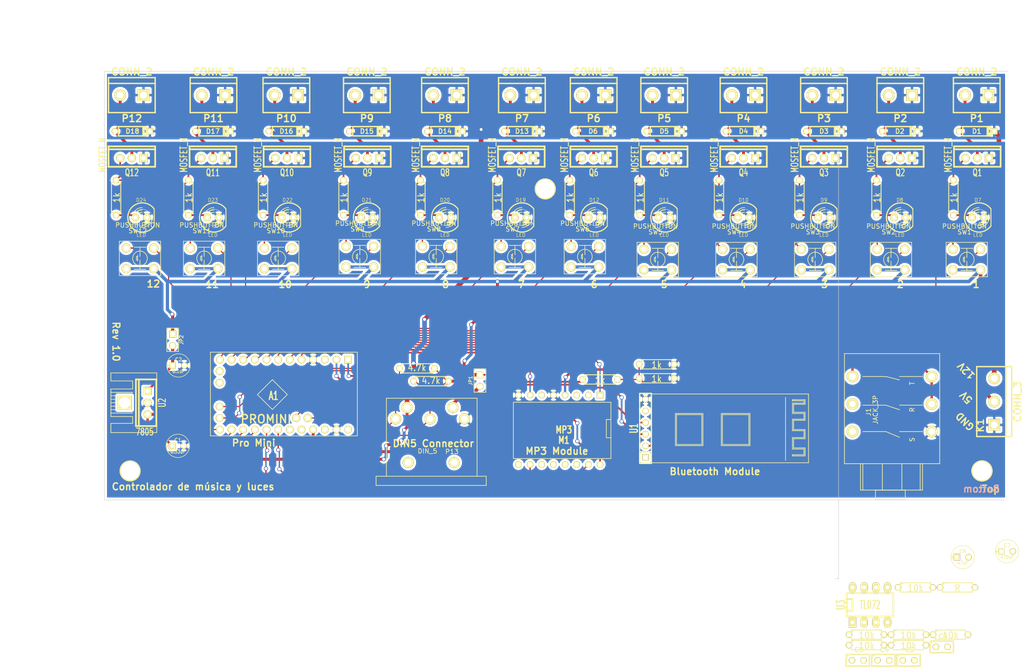
<source format=kicad_pcb>
(kicad_pcb (version 3) (host pcbnew "(2013-07-07 BZR 4022)-stable")
  (title_block (title "Controlador de música y luces") (rev 1.0) (company "Hackerspace Cholula"))
  (layers (15 F.Cu signal) (0 B.Cu signal) (18 B.Paste user) (19 F.Paste user) (20 B.SilkS user) (21 F.SilkS user) (22 B.Mask user) (23 F.Mask user) (28 Edge.Cuts user))
  (net 0 "")
  (net 1 +12V)
  (net 2 +5V)
  (net 3 "A0 (RX)")
  (net 4 A2)
  (net 5 A3)
  (net 6 A6)
  (net 7 A7)
  (net 8 D10)
  (net 9 D11)
  (net 10 D12)
  (net 11 D13)
  (net 12 D2)
  (net 13 D3)
  (net 14 D4)
  (net 15 D5)
  (net 16 D6)
  (net 17 D7)
  (net 18 D8)
  (net 19 D9)
  (net 20 GND)
  (net 21 I2CSCL)
  (net 22 I2CSDA)
  (net 23 N-000001)
  (net 24 N-0000010)
  (net 25 N-0000011)
  (net 26 N-0000012)
  (net 27 N-0000013)
  (net 28 N-0000014)
  (net 29 N-0000015)
  (net 30 N-0000017)
  (net 31 N-0000019)
  (net 32 N-000002)
  (net 33 N-0000021)
  (net 34 N-0000024)
  (net 35 N-0000025)
  (net 36 N-0000026)
  (net 37 N-0000027)
  (net 38 N-0000028)
  (net 39 N-0000029)
  (net 40 N-000003)
  (net 41 N-0000030)
  (net 42 N-0000031)
  (net 43 N-0000032)
  (net 44 N-0000033)
  (net 45 N-0000034)
  (net 46 N-0000035)
  (net 47 N-0000039)
  (net 48 N-000004)
  (net 49 N-0000043)
  (net 50 N-0000044)
  (net 51 N-0000045)
  (net 52 N-0000046)
  (net 53 N-0000047)
  (net 54 N-0000048)
  (net 55 N-0000049)
  (net 56 N-000005)
  (net 57 N-0000050)
  (net 58 N-0000051)
  (net 59 N-0000052)
  (net 60 N-0000055)
  (net 61 N-0000056)
  (net 62 N-0000057)
  (net 63 N-0000058)
  (net 64 N-000006)
  (net 65 N-000007)
  (net 66 N-000008)
  (net 67 N-000009)
  (net 68 Vbias)
  (module ProMini (layer F.Cu) (at 76.581 128.016 180)
    (fp_text reference A1 (at -0.254 -0.254 180) (layer F.SilkS) (effects (font (size 1.778 1.143) (thickness 0.3048))))
    (fp_text value PROMINI (at 1.397 -5.334 180) (layer F.SilkS) (effects (font (size 1.778 1.778) (thickness 0.3048))))
    (pad 1 thru_hole rect (at -16.51 7.62 180) (size 1.651 1.651) (drill 1.016) (layers *.Cu *.Mask F.SilkS))
    (pad 2 thru_hole circle (at -13.97 7.62 180) (size 1.651 1.651) (drill 1.016) (layers *.Cu *.Mask F.SilkS))
    (pad 3 thru_hole circle (at -11.43 7.62 180) (size 1.651 1.651) (drill 1.016) (layers *.Cu *.Mask F.SilkS))
    (pad 4 thru_hole circle (at -8.89 7.62 180) (size 1.651 1.651) (drill 1.016) (layers *.Cu *.Mask F.SilkS) (net 20 GND))
    (pad 5 thru_hole circle (at -6.35 7.62 180) (size 1.651 1.651) (drill 1.016) (layers *.Cu *.Mask F.SilkS) (net 12 D2))
    (pad 6 thru_hole circle (at -3.81 7.62 180) (size 1.651 1.651) (drill 1.016) (layers *.Cu *.Mask F.SilkS) (net 13 D3))
    (pad 7 thru_hole circle (at -1.27 7.62 180) (size 1.651 1.651) (drill 1.016) (layers *.Cu *.Mask F.SilkS) (net 14 D4))
    (pad 8 thru_hole circle (at 1.27 7.62 180) (size 1.651 1.651) (drill 1.016) (layers *.Cu *.Mask F.SilkS) (net 15 D5))
    (pad 9 thru_hole circle (at 3.81 7.62 180) (size 1.651 1.651) (drill 1.016) (layers *.Cu *.Mask F.SilkS) (net 16 D6))
    (pad 10 thru_hole circle (at 6.35 7.62 180) (size 1.651 1.651) (drill 1.016) (layers *.Cu *.Mask F.SilkS) (net 17 D7))
    (pad 11 thru_hole circle (at 8.89 7.62 180) (size 1.651 1.651) (drill 1.016) (layers *.Cu *.Mask F.SilkS) (net 18 D8))
    (pad 12 thru_hole circle (at 11.43 7.62 180) (size 1.651 1.651) (drill 1.016) (layers *.Cu *.Mask F.SilkS) (net 19 D9))
    (pad 13 thru_hole circle (at 11.5 5.1 180) (size 1.651 1.651) (drill 1.016) (layers *.Cu *.Mask F.SilkS))
    (pad 14 thru_hole circle (at 11.5 2.6 180) (size 1.651 1.651) (drill 1.016) (layers *.Cu *.Mask F.SilkS))
    (pad 15 thru_hole circle (at 11.5 -2.6 180) (size 1.651 1.651) (drill 1.016) (layers *.Cu *.Mask F.SilkS) (net 7 A7))
    (pad 16 thru_hole circle (at 11.5 -5.1 180) (size 1.651 1.651) (drill 1.016) (layers *.Cu *.Mask F.SilkS) (net 6 A6))
    (pad 17 thru_hole circle (at 11.43 -7.62 180) (size 1.651 1.651) (drill 1.016) (layers *.Cu *.Mask F.SilkS) (net 8 D10))
    (pad 18 thru_hole circle (at 8.89 -7.62 180) (size 1.651 1.651) (drill 1.016) (layers *.Cu *.Mask F.SilkS) (net 9 D11))
    (pad 19 thru_hole circle (at 6.35 -7.62 180) (size 1.651 1.651) (drill 1.016) (layers *.Cu *.Mask F.SilkS) (net 10 D12))
    (pad 20 thru_hole circle (at 3.81 -7.62 180) (size 1.651 1.651) (drill 1.016) (layers *.Cu *.Mask F.SilkS) (net 11 D13))
    (pad 21 thru_hole circle (at 1.27 -7.62 180) (size 1.651 1.651) (drill 1.016) (layers *.Cu *.Mask F.SilkS) (net 3 "A0 (RX)"))
    (pad 22 thru_hole circle (at -1.27 -7.62 180) (size 1.651 1.651) (drill 1.016) (layers *.Cu *.Mask F.SilkS))
    (pad 23 thru_hole circle (at -3.81 -7.62 180) (size 1.651 1.651) (drill 1.016) (layers *.Cu *.Mask F.SilkS) (net 4 A2))
    (pad 24 thru_hole circle (at -6.35 -7.62 180) (size 1.651 1.651) (drill 1.016) (layers *.Cu *.Mask F.SilkS) (net 5 A3))
    (pad 25 thru_hole circle (at -8.89 -7.62 180) (size 1.651 1.651) (drill 1.016) (layers *.Cu *.Mask F.SilkS) (net 2 +5V))
    (pad 26 thru_hole circle (at -11.43 -7.62 180) (size 1.651 1.651) (drill 1.016) (layers *.Cu *.Mask F.SilkS))
    (pad 27 thru_hole circle (at -13.97 -7.62 180) (size 1.651 1.651) (drill 1.016) (layers *.Cu *.Mask F.SilkS) (net 20 GND))
    (pad 28 thru_hole circle (at -16.51 -7.62 180) (size 1.651 1.651) (drill 1.016) (layers *.Cu *.Mask F.SilkS))
    (pad 29 thru_hole circle (at -7.7 -5.1 180) (size 1.778 1.778) (drill 1.016) (layers *.Cu *.Mask F.SilkS) (net 22 I2CSDA))
    (pad 30 thru_hole circle (at -5.2 -5.1 180) (size 1.778 1.778) (drill 1.016) (layers *.Cu *.Mask F.SilkS) (net 21 I2CSCL))
  )
  (module TO220_VERT (layer F.Cu) (at 49.403 129.794 180)
    (fp_text reference U2 (at -3.175 0 270) (layer F.SilkS) (effects (font (size 1.524 1.016) (thickness 0.2032))))
    (fp_text value 7805 (at 0.635 -6.35 180) (layer F.SilkS) (effects (font (size 1.524 1.016) (thickness 0.2032))))
    (pad Vi thru_hole circle (at 0 -2.54 180) (size 1.778 1.778) (drill 1.016) (layers *.Cu *.Mask F.SilkS) (net 1 +12V))
    (pad GND thru_hole circle (at 0 0 180) (size 1.778 1.778) (drill 1.016) (layers *.Cu *.Mask F.SilkS) (net 20 GND))
    (pad Vo thru_hole rect (at 0 2.54 180) (size 1.778 1.778) (drill 1.016) (layers *.Cu *.Mask F.SilkS) (net 45 N-0000034))
    (pad Hts thru_hole rect (at 5 0 180) (size 3.048 3.048) (drill 2.54) (layers *.Cu *.Mask F.SilkS))
  )
  (module Jack_6.35_Stereo_SW (layer F.Cu) (at 210.185 131.826 90)
    (fp_text reference J1 (at 0 -3.75 90) (layer F.SilkS))
    (fp_text value JACK_3P (at 0.5 -2.25 90) (layer F.SilkS))
    (fp_text user T (at 6.25 5.75 90) (layer F.SilkS))
    (fp_text user R (at 0.5 5.75 90) (layer F.SilkS))
    (fp_text user S (at -6 5.75 90) (layer F.SilkS))
    (pad 6 thru_hole circle (at -4.25 -7.25 90) (size 2.54 2.54) (drill 1.524) (layers *.Cu *.Mask F.SilkS))
    (pad 4 thru_hole circle (at 1.75 -7.25 90) (size 2.5 2.5) (drill 1.4) (layers *.Cu *.Mask F.SilkS))
    (pad 2 thru_hole circle (at 7.75 -7.25 90) (size 2.54 2.54) (drill 1.524) (layers *.Cu *.Mask F.SilkS) (net 44 N-0000033))
    (pad 5 thru_hole circle (at -4.25 10 90) (size 2.54 2.54) (drill 1.524) (layers *.Cu *.Mask F.SilkS) (net 20 GND))
    (pad 3 thru_hole circle (at 1.75 10 90) (size 2.54 2.54) (drill 1.524) (layers *.Cu *.Mask F.SilkS) (net 44 N-0000033))
    (pad 1 thru_hole circle (at 7.75 10 90) (size 2.54 2.54) (drill 1.524) (layers *.Cu *.Mask F.SilkS) (net 44 N-0000033))
  )
  (module R3 (layer F.Cu) (at 125.603 85.09 90)
    (fp_text reference R7 hide)
    (fp_text value 1k (at 0 0.127 90) (layer F.SilkS) (effects (font (size 1.397 1.27) (thickness 0.2032))))
    (pad 1 thru_hole circle (at -3.81 0 90) (size 1.397 1.397) (drill 0.8128) (layers *.Cu *.Mask F.SilkS) (net 28 N-0000014))
    (pad 2 thru_hole circle (at 3.81 0 90) (size 1.397 1.397) (drill 0.8128) (layers *.Cu *.Mask F.SilkS) (net 27 N-0000013))
  )
  (module R3 (layer F.Cu) (at 42.545 85.09 90)
    (fp_text reference R12 hide)
    (fp_text value 1k (at 0 0.127 90) (layer F.SilkS) (effects (font (size 1.397 1.27) (thickness 0.2032))))
    (pad 1 thru_hole circle (at -3.81 0 90) (size 1.397 1.397) (drill 0.8128) (layers *.Cu *.Mask F.SilkS) (net 63 N-0000058))
    (pad 2 thru_hole circle (at 3.81 0 90) (size 1.397 1.397) (drill 0.8128) (layers *.Cu *.Mask F.SilkS) (net 62 N-0000057))
  )
  (module R3 (layer F.Cu) (at 58.293 85.09 90)
    (fp_text reference R11 hide)
    (fp_text value 1k (at 0 0.127 90) (layer F.SilkS) (effects (font (size 1.397 1.27) (thickness 0.2032))))
    (pad 1 thru_hole circle (at -3.81 0 90) (size 1.397 1.397) (drill 0.8128) (layers *.Cu *.Mask F.SilkS) (net 61 N-0000056))
    (pad 2 thru_hole circle (at 3.81 0 90) (size 1.397 1.397) (drill 0.8128) (layers *.Cu *.Mask F.SilkS) (net 54 N-0000048))
  )
  (module R3 (layer F.Cu) (at 74.549 85.09 90)
    (fp_text reference R10 hide)
    (fp_text value 1k (at 0 0.127 90) (layer F.SilkS) (effects (font (size 1.397 1.27) (thickness 0.2032))))
    (pad 1 thru_hole circle (at -3.81 0 90) (size 1.397 1.397) (drill 0.8128) (layers *.Cu *.Mask F.SilkS) (net 52 N-0000046))
    (pad 2 thru_hole circle (at 3.81 0 90) (size 1.397 1.397) (drill 0.8128) (layers *.Cu *.Mask F.SilkS) (net 51 N-0000045))
  )
  (module R3 (layer F.Cu) (at 92.075 85.09 90)
    (fp_text reference R9 hide)
    (fp_text value 1k (at 0 0.127 90) (layer F.SilkS) (effects (font (size 1.397 1.27) (thickness 0.2032))))
    (pad 1 thru_hole circle (at -3.81 0 90) (size 1.397 1.397) (drill 0.8128) (layers *.Cu *.Mask F.SilkS) (net 55 N-0000049))
    (pad 2 thru_hole circle (at 3.81 0 90) (size 1.397 1.397) (drill 0.8128) (layers *.Cu *.Mask F.SilkS) (net 58 N-0000051))
  )
  (module R3 (layer F.Cu) (at 108.839 85.09 90)
    (fp_text reference R8 hide)
    (fp_text value 1k (at 0 0.127 90) (layer F.SilkS) (effects (font (size 1.397 1.27) (thickness 0.2032))))
    (pad 1 thru_hole circle (at -3.81 0 90) (size 1.397 1.397) (drill 0.8128) (layers *.Cu *.Mask F.SilkS) (net 24 N-0000010))
    (pad 2 thru_hole circle (at 3.81 0 90) (size 1.397 1.397) (drill 0.8128) (layers *.Cu *.Mask F.SilkS) (net 67 N-000009))
  )
  (module R3 (layer F.Cu) (at 224.917 85.09 90)
    (fp_text reference R1 hide)
    (fp_text value 1k (at 0 0.127 90) (layer F.SilkS) (effects (font (size 1.397 1.27) (thickness 0.2032))))
    (pad 1 thru_hole circle (at -3.81 0 90) (size 1.397 1.397) (drill 0.8128) (layers *.Cu *.Mask F.SilkS) (net 41 N-0000030))
    (pad 2 thru_hole circle (at 3.81 0 90) (size 1.397 1.397) (drill 0.8128) (layers *.Cu *.Mask F.SilkS) (net 39 N-0000029))
  )
  (module R3 (layer F.Cu) (at 208.153 85.09 90)
    (fp_text reference R2 hide)
    (fp_text value 1k (at 0 0.127 90) (layer F.SilkS) (effects (font (size 1.397 1.27) (thickness 0.2032))))
    (pad 1 thru_hole circle (at -3.81 0 90) (size 1.397 1.397) (drill 0.8128) (layers *.Cu *.Mask F.SilkS) (net 34 N-0000024))
    (pad 2 thru_hole circle (at 3.81 0 90) (size 1.397 1.397) (drill 0.8128) (layers *.Cu *.Mask F.SilkS) (net 43 N-0000032))
  )
  (module R3 (layer F.Cu) (at 141.351 85.09 90)
    (fp_text reference R6 hide)
    (fp_text value 1k (at 0 0.127 90) (layer F.SilkS) (effects (font (size 1.397 1.27) (thickness 0.2032))))
    (pad 1 thru_hole circle (at -3.81 0 90) (size 1.397 1.397) (drill 0.8128) (layers *.Cu *.Mask F.SilkS) (net 25 N-0000011))
    (pad 2 thru_hole circle (at 3.81 0 90) (size 1.397 1.397) (drill 0.8128) (layers *.Cu *.Mask F.SilkS) (net 64 N-000006))
  )
  (module R3 (layer F.Cu) (at 156.591 85.09 90)
    (fp_text reference R5 hide)
    (fp_text value 1k (at 0 0.127 90) (layer F.SilkS) (effects (font (size 1.397 1.27) (thickness 0.2032))))
    (pad 1 thru_hole circle (at -3.81 0 90) (size 1.397 1.397) (drill 0.8128) (layers *.Cu *.Mask F.SilkS) (net 32 N-000002))
    (pad 2 thru_hole circle (at 3.81 0 90) (size 1.397 1.397) (drill 0.8128) (layers *.Cu *.Mask F.SilkS) (net 23 N-000001))
  )
  (module R3 (layer F.Cu) (at 173.863 85.09 90)
    (fp_text reference R4 hide)
    (fp_text value 1k (at 0 0.127 90) (layer F.SilkS) (effects (font (size 1.397 1.27) (thickness 0.2032))))
    (pad 1 thru_hole circle (at -3.81 0 90) (size 1.397 1.397) (drill 0.8128) (layers *.Cu *.Mask F.SilkS) (net 65 N-000007))
    (pad 2 thru_hole circle (at 3.81 0 90) (size 1.397 1.397) (drill 0.8128) (layers *.Cu *.Mask F.SilkS) (net 56 N-000005))
  )
  (module R3 (layer F.Cu) (at 191.389 85.09 90)
    (fp_text reference R3 hide)
    (fp_text value 1k (at 0 0.127 90) (layer F.SilkS) (effects (font (size 1.397 1.27) (thickness 0.2032))))
    (pad 1 thru_hole circle (at -3.81 0 90) (size 1.397 1.397) (drill 0.8128) (layers *.Cu *.Mask F.SilkS) (net 37 N-0000027))
    (pad 2 thru_hole circle (at 3.81 0 90) (size 1.397 1.397) (drill 0.8128) (layers *.Cu *.Mask F.SilkS) (net 36 N-0000026))
  )
  (module LED-5MM (layer F.Cu) (at 79.883 89.408)
    (fp_text reference D22 (at 0 -3.81) (layer F.SilkS) (effects (font (size 0.762 0.762) (thickness 0.0889))))
    (fp_text value LED (at 0 3.81) (layer F.SilkS) (effects (font (size 0.762 0.762) (thickness 0.0889))))
    (pad 1 thru_hole circle (at -1.27 0) (size 1.6764 1.6764) (drill 0.8128) (layers *.Cu *.Mask F.SilkS) (net 52 N-0000046))
    (pad 2 thru_hole circle (at 1.27 0) (size 1.6764 1.6764) (drill 0.8128) (layers *.Cu *.Mask F.SilkS) (net 20 GND))
  )
  (module LED-5MM (layer F.Cu) (at 196.723 89.408)
    (fp_text reference D9 (at 0 -3.81) (layer F.SilkS) (effects (font (size 0.762 0.762) (thickness 0.0889))))
    (fp_text value LED (at 0 3.81) (layer F.SilkS) (effects (font (size 0.762 0.762) (thickness 0.0889))))
    (pad 1 thru_hole circle (at -1.27 0) (size 1.6764 1.6764) (drill 0.8128) (layers *.Cu *.Mask F.SilkS) (net 37 N-0000027))
    (pad 2 thru_hole circle (at 1.27 0) (size 1.6764 1.6764) (drill 0.8128) (layers *.Cu *.Mask F.SilkS) (net 20 GND))
  )
  (module LED-5MM (layer F.Cu) (at 97.155 89.408)
    (fp_text reference D21 (at 0 -3.81) (layer F.SilkS) (effects (font (size 0.762 0.762) (thickness 0.0889))))
    (fp_text value LED (at 0 3.81) (layer F.SilkS) (effects (font (size 0.762 0.762) (thickness 0.0889))))
    (pad 1 thru_hole circle (at -1.27 0) (size 1.6764 1.6764) (drill 0.8128) (layers *.Cu *.Mask F.SilkS) (net 55 N-0000049))
    (pad 2 thru_hole circle (at 1.27 0) (size 1.6764 1.6764) (drill 0.8128) (layers *.Cu *.Mask F.SilkS) (net 20 GND))
  )
  (module LED-5MM (layer F.Cu) (at 63.627 89.408)
    (fp_text reference D23 (at 0 -3.81) (layer F.SilkS) (effects (font (size 0.762 0.762) (thickness 0.0889))))
    (fp_text value LED (at 0 3.81) (layer F.SilkS) (effects (font (size 0.762 0.762) (thickness 0.0889))))
    (pad 1 thru_hole circle (at -1.27 0) (size 1.6764 1.6764) (drill 0.8128) (layers *.Cu *.Mask F.SilkS) (net 61 N-0000056))
    (pad 2 thru_hole circle (at 1.27 0) (size 1.6764 1.6764) (drill 0.8128) (layers *.Cu *.Mask F.SilkS) (net 20 GND))
  )
  (module LED-5MM (layer F.Cu) (at 230.251 89.408)
    (fp_text reference D7 (at 0 -3.81) (layer F.SilkS) (effects (font (size 0.762 0.762) (thickness 0.0889))))
    (fp_text value LED (at 0 3.81) (layer F.SilkS) (effects (font (size 0.762 0.762) (thickness 0.0889))))
    (pad 1 thru_hole circle (at -1.27 0) (size 1.6764 1.6764) (drill 0.8128) (layers *.Cu *.Mask F.SilkS) (net 41 N-0000030))
    (pad 2 thru_hole circle (at 1.27 0) (size 1.6764 1.6764) (drill 0.8128) (layers *.Cu *.Mask F.SilkS) (net 20 GND))
  )
  (module LED-5MM (layer F.Cu) (at 179.197 89.408)
    (fp_text reference D10 (at 0 -3.81) (layer F.SilkS) (effects (font (size 0.762 0.762) (thickness 0.0889))))
    (fp_text value LED (at 0 3.81) (layer F.SilkS) (effects (font (size 0.762 0.762) (thickness 0.0889))))
    (pad 1 thru_hole circle (at -1.27 0) (size 1.6764 1.6764) (drill 0.8128) (layers *.Cu *.Mask F.SilkS) (net 65 N-000007))
    (pad 2 thru_hole circle (at 1.27 0) (size 1.6764 1.6764) (drill 0.8128) (layers *.Cu *.Mask F.SilkS) (net 20 GND))
  )
  (module LED-5MM (layer F.Cu) (at 48.006 89.408)
    (fp_text reference D24 (at 0 -3.81) (layer F.SilkS) (effects (font (size 0.762 0.762) (thickness 0.0889))))
    (fp_text value LED (at 0 3.81) (layer F.SilkS) (effects (font (size 0.762 0.762) (thickness 0.0889))))
    (pad 1 thru_hole circle (at -1.27 0) (size 1.6764 1.6764) (drill 0.8128) (layers *.Cu *.Mask F.SilkS) (net 63 N-0000058))
    (pad 2 thru_hole circle (at 1.27 0) (size 1.6764 1.6764) (drill 0.8128) (layers *.Cu *.Mask F.SilkS) (net 20 GND))
  )
  (module LED-5MM (layer F.Cu) (at 114.173 89.408)
    (fp_text reference D20 (at 0 -3.81) (layer F.SilkS) (effects (font (size 0.762 0.762) (thickness 0.0889))))
    (fp_text value LED (at 0 3.81) (layer F.SilkS) (effects (font (size 0.762 0.762) (thickness 0.0889))))
    (pad 1 thru_hole circle (at -1.27 0) (size 1.6764 1.6764) (drill 0.8128) (layers *.Cu *.Mask F.SilkS) (net 24 N-0000010))
    (pad 2 thru_hole circle (at 1.27 0) (size 1.6764 1.6764) (drill 0.8128) (layers *.Cu *.Mask F.SilkS) (net 20 GND))
  )
  (module LED-5MM (layer F.Cu) (at 213.233 89.408)
    (fp_text reference D8 (at 0 -3.81) (layer F.SilkS) (effects (font (size 0.762 0.762) (thickness 0.0889))))
    (fp_text value LED (at 0 3.81) (layer F.SilkS) (effects (font (size 0.762 0.762) (thickness 0.0889))))
    (pad 1 thru_hole circle (at -1.27 0) (size 1.6764 1.6764) (drill 0.8128) (layers *.Cu *.Mask F.SilkS) (net 34 N-0000024))
    (pad 2 thru_hole circle (at 1.27 0) (size 1.6764 1.6764) (drill 0.8128) (layers *.Cu *.Mask F.SilkS) (net 20 GND))
  )
  (module LED-5MM (layer F.Cu) (at 130.683 89.408)
    (fp_text reference D19 (at 0 -3.81) (layer F.SilkS) (effects (font (size 0.762 0.762) (thickness 0.0889))))
    (fp_text value LED (at 0 3.81) (layer F.SilkS) (effects (font (size 0.762 0.762) (thickness 0.0889))))
    (pad 1 thru_hole circle (at -1.27 0) (size 1.6764 1.6764) (drill 0.8128) (layers *.Cu *.Mask F.SilkS) (net 28 N-0000014))
    (pad 2 thru_hole circle (at 1.27 0) (size 1.6764 1.6764) (drill 0.8128) (layers *.Cu *.Mask F.SilkS) (net 20 GND))
  )
  (module LED-5MM (layer F.Cu) (at 161.925 89.408)
    (fp_text reference D11 (at 0 -3.81) (layer F.SilkS) (effects (font (size 0.762 0.762) (thickness 0.0889))))
    (fp_text value LED (at 0 3.81) (layer F.SilkS) (effects (font (size 0.762 0.762) (thickness 0.0889))))
    (pad 1 thru_hole circle (at -1.27 0) (size 1.6764 1.6764) (drill 0.8128) (layers *.Cu *.Mask F.SilkS) (net 32 N-000002))
    (pad 2 thru_hole circle (at 1.27 0) (size 1.6764 1.6764) (drill 0.8128) (layers *.Cu *.Mask F.SilkS) (net 20 GND))
  )
  (module LED-5MM (layer F.Cu) (at 146.685 89.408)
    (fp_text reference D12 (at 0 -3.81) (layer F.SilkS) (effects (font (size 0.762 0.762) (thickness 0.0889))))
    (fp_text value LED (at 0 3.81) (layer F.SilkS) (effects (font (size 0.762 0.762) (thickness 0.0889))))
    (pad 1 thru_hole circle (at -1.27 0) (size 1.6764 1.6764) (drill 0.8128) (layers *.Cu *.Mask F.SilkS) (net 25 N-0000011))
    (pad 2 thru_hole circle (at 1.27 0) (size 1.6764 1.6764) (drill 0.8128) (layers *.Cu *.Mask F.SilkS) (net 20 GND))
  )
  (module D3 (layer F.Cu) (at 114.173 70.612)
    (fp_text reference D14 (at 0 0) (layer F.SilkS) (effects (font (size 1.016 1.016) (thickness 0.2032))))
    (fp_text value DIODE hide)
    (pad 2 thru_hole rect (at 3.81 0) (size 1.397 1.397) (drill 0.8128) (layers *.Cu *.Mask F.SilkS) (net 1 +12V))
    (pad 1 thru_hole circle (at -3.81 0) (size 1.397 1.397) (drill 0.8128) (layers *.Cu *.Mask F.SilkS) (net 66 N-000008))
  )
  (module D3 (layer F.Cu) (at 213.233 70.612)
    (fp_text reference D2 (at 0 0) (layer F.SilkS) (effects (font (size 1.016 1.016) (thickness 0.2032))))
    (fp_text value DIODE hide)
    (pad 2 thru_hole rect (at 3.81 0) (size 1.397 1.397) (drill 0.8128) (layers *.Cu *.Mask F.SilkS) (net 1 +12V))
    (pad 1 thru_hole circle (at -3.81 0) (size 1.397 1.397) (drill 0.8128) (layers *.Cu *.Mask F.SilkS) (net 42 N-0000031))
  )
  (module D3 (layer F.Cu) (at 161.925 70.612)
    (fp_text reference D5 (at 0 0) (layer F.SilkS) (effects (font (size 1.016 1.016) (thickness 0.2032))))
    (fp_text value DIODE hide)
    (pad 2 thru_hole rect (at 3.81 0) (size 1.397 1.397) (drill 0.8128) (layers *.Cu *.Mask F.SilkS) (net 1 +12V))
    (pad 1 thru_hole circle (at -3.81 0) (size 1.397 1.397) (drill 0.8128) (layers *.Cu *.Mask F.SilkS) (net 40 N-000003))
  )
  (module D3 (layer F.Cu) (at 46.101 70.612)
    (fp_text reference D18 (at 0 0) (layer F.SilkS) (effects (font (size 1.016 1.016) (thickness 0.2032))))
    (fp_text value DIODE hide)
    (pad 2 thru_hole rect (at 3.81 0) (size 1.397 1.397) (drill 0.8128) (layers *.Cu *.Mask F.SilkS) (net 1 +12V))
    (pad 1 thru_hole circle (at -3.81 0) (size 1.397 1.397) (drill 0.8128) (layers *.Cu *.Mask F.SilkS) (net 60 N-0000055))
  )
  (module D3 (layer F.Cu) (at 63.627 70.612)
    (fp_text reference D17 (at 0 0) (layer F.SilkS) (effects (font (size 1.016 1.016) (thickness 0.2032))))
    (fp_text value DIODE hide)
    (pad 2 thru_hole rect (at 3.81 0) (size 1.397 1.397) (drill 0.8128) (layers *.Cu *.Mask F.SilkS) (net 1 +12V))
    (pad 1 thru_hole circle (at -3.81 0) (size 1.397 1.397) (drill 0.8128) (layers *.Cu *.Mask F.SilkS) (net 53 N-0000047))
  )
  (module D3 (layer F.Cu) (at 229.997 70.612)
    (fp_text reference D1 (at 0 0) (layer F.SilkS) (effects (font (size 1.016 1.016) (thickness 0.2032))))
    (fp_text value DIODE hide)
    (pad 2 thru_hole rect (at 3.81 0) (size 1.397 1.397) (drill 0.8128) (layers *.Cu *.Mask F.SilkS) (net 1 +12V))
    (pad 1 thru_hole circle (at -3.81 0) (size 1.397 1.397) (drill 0.8128) (layers *.Cu *.Mask F.SilkS) (net 30 N-0000017))
  )
  (module D3 (layer F.Cu) (at 196.723 70.612)
    (fp_text reference D3 (at 0 0) (layer F.SilkS) (effects (font (size 1.016 1.016) (thickness 0.2032))))
    (fp_text value DIODE hide)
    (pad 2 thru_hole rect (at 3.81 0) (size 1.397 1.397) (drill 0.8128) (layers *.Cu *.Mask F.SilkS) (net 1 +12V))
    (pad 1 thru_hole circle (at -3.81 0) (size 1.397 1.397) (drill 0.8128) (layers *.Cu *.Mask F.SilkS) (net 35 N-0000025))
  )
  (module D3 (layer F.Cu) (at 146.431 70.612)
    (fp_text reference D6 (at 0 0) (layer F.SilkS) (effects (font (size 1.016 1.016) (thickness 0.2032))))
    (fp_text value DIODE hide)
    (pad 2 thru_hole rect (at 3.81 0) (size 1.397 1.397) (drill 0.8128) (layers *.Cu *.Mask F.SilkS) (net 1 +12V))
    (pad 1 thru_hole circle (at -3.81 0) (size 1.397 1.397) (drill 0.8128) (layers *.Cu *.Mask F.SilkS) (net 48 N-000004))
  )
  (module D3 (layer F.Cu) (at 79.629 70.612)
    (fp_text reference D16 (at 0 0) (layer F.SilkS) (effects (font (size 1.016 1.016) (thickness 0.2032))))
    (fp_text value DIODE hide)
    (pad 2 thru_hole rect (at 3.81 0) (size 1.397 1.397) (drill 0.8128) (layers *.Cu *.Mask F.SilkS) (net 1 +12V))
    (pad 1 thru_hole circle (at -3.81 0) (size 1.397 1.397) (drill 0.8128) (layers *.Cu *.Mask F.SilkS) (net 59 N-0000052))
  )
  (module D3 (layer F.Cu) (at 179.197 70.612)
    (fp_text reference D4 (at 0 0) (layer F.SilkS) (effects (font (size 1.016 1.016) (thickness 0.2032))))
    (fp_text value DIODE hide)
    (pad 2 thru_hole rect (at 3.81 0) (size 1.397 1.397) (drill 0.8128) (layers *.Cu *.Mask F.SilkS) (net 1 +12V))
    (pad 1 thru_hole circle (at -3.81 0) (size 1.397 1.397) (drill 0.8128) (layers *.Cu *.Mask F.SilkS) (net 38 N-0000028))
  )
  (module D3 (layer F.Cu) (at 97.155 70.612)
    (fp_text reference D15 (at 0 0) (layer F.SilkS) (effects (font (size 1.016 1.016) (thickness 0.2032))))
    (fp_text value DIODE hide)
    (pad 2 thru_hole rect (at 3.81 0) (size 1.397 1.397) (drill 0.8128) (layers *.Cu *.Mask F.SilkS) (net 1 +12V))
    (pad 1 thru_hole circle (at -3.81 0) (size 1.397 1.397) (drill 0.8128) (layers *.Cu *.Mask F.SilkS) (net 57 N-0000050))
  )
  (module D3 (layer F.Cu) (at 130.937 70.612)
    (fp_text reference D13 (at 0 0) (layer F.SilkS) (effects (font (size 1.016 1.016) (thickness 0.2032))))
    (fp_text value DIODE hide)
    (pad 2 thru_hole rect (at 3.81 0) (size 1.397 1.397) (drill 0.8128) (layers *.Cu *.Mask F.SilkS) (net 1 +12V))
    (pad 1 thru_hole circle (at -3.81 0) (size 1.397 1.397) (drill 0.8128) (layers *.Cu *.Mask F.SilkS) (net 26 N-0000012))
  )
  (module bornier2 (layer F.Cu) (at 79.629 62.738 180)
    (fp_text reference P10 (at 0 -5.08 180) (layer F.SilkS) (effects (font (size 1.524 1.524) (thickness 0.3048))))
    (fp_text value CONN_2 (at 0 5.08 180) (layer F.SilkS) (effects (font (size 1.524 1.524) (thickness 0.3048))))
    (pad 1 thru_hole rect (at -2.54 0 180) (size 2.54 2.54) (drill 1.524) (layers *.Cu *.Mask F.SilkS) (net 1 +12V))
    (pad 2 thru_hole circle (at 2.54 0 180) (size 2.54 2.54) (drill 1.524) (layers *.Cu *.Mask F.SilkS) (net 59 N-0000052))
  )
  (module bornier2 (layer F.Cu) (at 146.558 62.738 180)
    (fp_text reference P6 (at 0 -5.08 180) (layer F.SilkS) (effects (font (size 1.524 1.524) (thickness 0.3048))))
    (fp_text value CONN_2 (at 0 5.08 180) (layer F.SilkS) (effects (font (size 1.524 1.524) (thickness 0.3048))))
    (pad 1 thru_hole rect (at -2.54 0 180) (size 2.54 2.54) (drill 1.524) (layers *.Cu *.Mask F.SilkS) (net 1 +12V))
    (pad 2 thru_hole circle (at 2.54 0 180) (size 2.54 2.54) (drill 1.524) (layers *.Cu *.Mask F.SilkS) (net 48 N-000004))
  )
  (module bornier2 (layer F.Cu) (at 179.197 62.738 180)
    (fp_text reference P4 (at 0 -5.08 180) (layer F.SilkS) (effects (font (size 1.524 1.524) (thickness 0.3048))))
    (fp_text value CONN_2 (at 0 5.08 180) (layer F.SilkS) (effects (font (size 1.524 1.524) (thickness 0.3048))))
    (pad 1 thru_hole rect (at -2.54 0 180) (size 2.54 2.54) (drill 1.524) (layers *.Cu *.Mask F.SilkS) (net 1 +12V))
    (pad 2 thru_hole circle (at 2.54 0 180) (size 2.54 2.54) (drill 1.524) (layers *.Cu *.Mask F.SilkS) (net 38 N-0000028))
  )
  (module bornier2 (layer F.Cu) (at 63.754 62.738 180)
    (fp_text reference P11 (at 0 -5.08 180) (layer F.SilkS) (effects (font (size 1.524 1.524) (thickness 0.3048))))
    (fp_text value CONN_2 (at 0 5.08 180) (layer F.SilkS) (effects (font (size 1.524 1.524) (thickness 0.3048))))
    (pad 1 thru_hole rect (at -2.54 0 180) (size 2.54 2.54) (drill 1.524) (layers *.Cu *.Mask F.SilkS) (net 1 +12V))
    (pad 2 thru_hole circle (at 2.54 0 180) (size 2.54 2.54) (drill 1.524) (layers *.Cu *.Mask F.SilkS) (net 53 N-0000047))
  )
  (module bornier2 (layer F.Cu) (at 130.937 62.738 180)
    (fp_text reference P7 (at 0 -5.08 180) (layer F.SilkS) (effects (font (size 1.524 1.524) (thickness 0.3048))))
    (fp_text value CONN_2 (at 0 5.08 180) (layer F.SilkS) (effects (font (size 1.524 1.524) (thickness 0.3048))))
    (pad 1 thru_hole rect (at -2.54 0 180) (size 2.54 2.54) (drill 1.524) (layers *.Cu *.Mask F.SilkS) (net 1 +12V))
    (pad 2 thru_hole circle (at 2.54 0 180) (size 2.54 2.54) (drill 1.524) (layers *.Cu *.Mask F.SilkS) (net 26 N-0000012))
  )
  (module bornier2 (layer F.Cu) (at 213.36 62.738 180)
    (fp_text reference P2 (at 0 -5.08 180) (layer F.SilkS) (effects (font (size 1.524 1.524) (thickness 0.3048))))
    (fp_text value CONN_2 (at 0 5.08 180) (layer F.SilkS) (effects (font (size 1.524 1.524) (thickness 0.3048))))
    (pad 1 thru_hole rect (at -2.54 0 180) (size 2.54 2.54) (drill 1.524) (layers *.Cu *.Mask F.SilkS) (net 1 +12V))
    (pad 2 thru_hole circle (at 2.54 0 180) (size 2.54 2.54) (drill 1.524) (layers *.Cu *.Mask F.SilkS) (net 42 N-0000031))
  )
  (module bornier2 (layer F.Cu) (at 196.723 62.738 180)
    (fp_text reference P3 (at 0 -5.08 180) (layer F.SilkS) (effects (font (size 1.524 1.524) (thickness 0.3048))))
    (fp_text value CONN_2 (at 0 5.08 180) (layer F.SilkS) (effects (font (size 1.524 1.524) (thickness 0.3048))))
    (pad 1 thru_hole rect (at -2.54 0 180) (size 2.54 2.54) (drill 1.524) (layers *.Cu *.Mask F.SilkS) (net 1 +12V))
    (pad 2 thru_hole circle (at 2.54 0 180) (size 2.54 2.54) (drill 1.524) (layers *.Cu *.Mask F.SilkS) (net 35 N-0000025))
  )
  (module bornier2 (layer F.Cu) (at 229.997 62.738 180)
    (fp_text reference P1 (at 0 -5.08 180) (layer F.SilkS) (effects (font (size 1.524 1.524) (thickness 0.3048))))
    (fp_text value CONN_2 (at 0 5.08 180) (layer F.SilkS) (effects (font (size 1.524 1.524) (thickness 0.3048))))
    (pad 1 thru_hole rect (at -2.54 0 180) (size 2.54 2.54) (drill 1.524) (layers *.Cu *.Mask F.SilkS) (net 1 +12V))
    (pad 2 thru_hole circle (at 2.54 0 180) (size 2.54 2.54) (drill 1.524) (layers *.Cu *.Mask F.SilkS) (net 30 N-0000017))
  )
  (module bornier2 (layer F.Cu) (at 45.974 62.738 180)
    (fp_text reference P12 (at 0 -5.08 180) (layer F.SilkS) (effects (font (size 1.524 1.524) (thickness 0.3048))))
    (fp_text value CONN_2 (at 0 5.08 180) (layer F.SilkS) (effects (font (size 1.524 1.524) (thickness 0.3048))))
    (pad 1 thru_hole rect (at -2.54 0 180) (size 2.54 2.54) (drill 1.524) (layers *.Cu *.Mask F.SilkS) (net 1 +12V))
    (pad 2 thru_hole circle (at 2.54 0 180) (size 2.54 2.54) (drill 1.524) (layers *.Cu *.Mask F.SilkS) (net 60 N-0000055))
  )
  (module bornier2 (layer F.Cu) (at 97.155 62.738 180)
    (fp_text reference P9 (at 0 -5.08 180) (layer F.SilkS) (effects (font (size 1.524 1.524) (thickness 0.3048))))
    (fp_text value CONN_2 (at 0 5.08 180) (layer F.SilkS) (effects (font (size 1.524 1.524) (thickness 0.3048))))
    (pad 1 thru_hole rect (at -2.54 0 180) (size 2.54 2.54) (drill 1.524) (layers *.Cu *.Mask F.SilkS) (net 1 +12V))
    (pad 2 thru_hole circle (at 2.54 0 180) (size 2.54 2.54) (drill 1.524) (layers *.Cu *.Mask F.SilkS) (net 57 N-0000050))
  )
  (module bornier2 (layer F.Cu) (at 161.925 62.738 180)
    (fp_text reference P5 (at 0 -5.08 180) (layer F.SilkS) (effects (font (size 1.524 1.524) (thickness 0.3048))))
    (fp_text value CONN_2 (at 0 5.08 180) (layer F.SilkS) (effects (font (size 1.524 1.524) (thickness 0.3048))))
    (pad 1 thru_hole rect (at -2.54 0 180) (size 2.54 2.54) (drill 1.524) (layers *.Cu *.Mask F.SilkS) (net 1 +12V))
    (pad 2 thru_hole circle (at 2.54 0 180) (size 2.54 2.54) (drill 1.524) (layers *.Cu *.Mask F.SilkS) (net 40 N-000003))
  )
  (module bornier2 (layer F.Cu) (at 114.173 62.738 180)
    (fp_text reference P8 (at 0 -5.08 180) (layer F.SilkS) (effects (font (size 1.524 1.524) (thickness 0.3048))))
    (fp_text value CONN_2 (at 0 5.08 180) (layer F.SilkS) (effects (font (size 1.524 1.524) (thickness 0.3048))))
    (pad 1 thru_hole rect (at -2.54 0 180) (size 2.54 2.54) (drill 1.524) (layers *.Cu *.Mask F.SilkS) (net 1 +12V))
    (pad 2 thru_hole circle (at 2.54 0 180) (size 2.54 2.54) (drill 1.524) (layers *.Cu *.Mask F.SilkS) (net 66 N-000008))
  )
  (module TO220_MOSFET (layer F.Cu) (at 97.282 76.454 90)
    (fp_text reference Q9 (at -3.175 0 180) (layer F.SilkS) (effects (font (size 1.524 1.016) (thickness 0.2032))))
    (fp_text value MOSFET_N (at 0.635 -6.35 90) (layer F.SilkS) (effects (font (size 1.524 1.016) (thickness 0.2032))))
    (pad G thru_hole circle (at 0 -2.54 90) (size 1.778 1.778) (drill 1.016) (layers *.Cu *.Mask F.SilkS) (net 58 N-0000051))
    (pad D thru_hole circle (at 0 0 90) (size 1.778 1.778) (drill 1.016) (layers *.Cu *.Mask F.SilkS) (net 57 N-0000050))
    (pad S thru_hole rect (at 0 2.54 90) (size 1.778 1.778) (drill 1.016) (layers *.Cu *.Mask F.SilkS) (net 20 GND))
  )
  (module TO220_MOSFET (layer F.Cu) (at 230.124 76.454 90)
    (fp_text reference Q1 (at -3.175 0 180) (layer F.SilkS) (effects (font (size 1.524 1.016) (thickness 0.2032))))
    (fp_text value MOSFET_N (at 0.635 -6.35 90) (layer F.SilkS) (effects (font (size 1.524 1.016) (thickness 0.2032))))
    (pad G thru_hole circle (at 0 -2.54 90) (size 1.778 1.778) (drill 1.016) (layers *.Cu *.Mask F.SilkS) (net 39 N-0000029))
    (pad D thru_hole circle (at 0 0 90) (size 1.778 1.778) (drill 1.016) (layers *.Cu *.Mask F.SilkS) (net 30 N-0000017))
    (pad S thru_hole rect (at 0 2.54 90) (size 1.778 1.778) (drill 1.016) (layers *.Cu *.Mask F.SilkS) (net 20 GND))
  )
  (module TO220_MOSFET (layer F.Cu) (at 45.974 76.454 90)
    (fp_text reference Q12 (at -3.175 0 180) (layer F.SilkS) (effects (font (size 1.524 1.016) (thickness 0.2032))))
    (fp_text value MOSFET_N (at 0.635 -6.35 90) (layer F.SilkS) (effects (font (size 1.524 1.016) (thickness 0.2032))))
    (pad G thru_hole circle (at 0 -2.54 90) (size 1.778 1.778) (drill 1.016) (layers *.Cu *.Mask F.SilkS) (net 62 N-0000057))
    (pad D thru_hole circle (at 0 0 90) (size 1.778 1.778) (drill 1.016) (layers *.Cu *.Mask F.SilkS) (net 60 N-0000055))
    (pad S thru_hole rect (at 0 2.54 90) (size 1.778 1.778) (drill 1.016) (layers *.Cu *.Mask F.SilkS) (net 20 GND))
  )
  (module TO220_MOSFET (layer F.Cu) (at 63.627 76.454 90)
    (fp_text reference Q11 (at -3.175 0 180) (layer F.SilkS) (effects (font (size 1.524 1.016) (thickness 0.2032))))
    (fp_text value MOSFET_N (at 0.635 -6.35 90) (layer F.SilkS) (effects (font (size 1.524 1.016) (thickness 0.2032))))
    (pad G thru_hole circle (at 0 -2.54 90) (size 1.778 1.778) (drill 1.016) (layers *.Cu *.Mask F.SilkS) (net 54 N-0000048))
    (pad D thru_hole circle (at 0 0 90) (size 1.778 1.778) (drill 1.016) (layers *.Cu *.Mask F.SilkS) (net 53 N-0000047))
    (pad S thru_hole rect (at 0 2.54 90) (size 1.778 1.778) (drill 1.016) (layers *.Cu *.Mask F.SilkS) (net 20 GND))
  )
  (module TO220_MOSFET (layer F.Cu) (at 79.756 76.454 90)
    (fp_text reference Q10 (at -3.175 0 180) (layer F.SilkS) (effects (font (size 1.524 1.016) (thickness 0.2032))))
    (fp_text value MOSFET_N (at 0.635 -6.35 90) (layer F.SilkS) (effects (font (size 1.524 1.016) (thickness 0.2032))))
    (pad G thru_hole circle (at 0 -2.54 90) (size 1.778 1.778) (drill 1.016) (layers *.Cu *.Mask F.SilkS) (net 51 N-0000045))
    (pad D thru_hole circle (at 0 0 90) (size 1.778 1.778) (drill 1.016) (layers *.Cu *.Mask F.SilkS) (net 59 N-0000052))
    (pad S thru_hole rect (at 0 2.54 90) (size 1.778 1.778) (drill 1.016) (layers *.Cu *.Mask F.SilkS) (net 20 GND))
  )
  (module TO220_MOSFET (layer F.Cu) (at 114.173 76.454 90)
    (fp_text reference Q8 (at -3.175 0 180) (layer F.SilkS) (effects (font (size 1.524 1.016) (thickness 0.2032))))
    (fp_text value MOSFET_N (at 0.635 -6.35 90) (layer F.SilkS) (effects (font (size 1.524 1.016) (thickness 0.2032))))
    (pad G thru_hole circle (at 0 -2.54 90) (size 1.778 1.778) (drill 1.016) (layers *.Cu *.Mask F.SilkS) (net 67 N-000009))
    (pad D thru_hole circle (at 0 0 90) (size 1.778 1.778) (drill 1.016) (layers *.Cu *.Mask F.SilkS) (net 66 N-000008))
    (pad S thru_hole rect (at 0 2.54 90) (size 1.778 1.778) (drill 1.016) (layers *.Cu *.Mask F.SilkS) (net 20 GND))
  )
  (module TO220_MOSFET (layer F.Cu) (at 130.81 76.454 90)
    (fp_text reference Q7 (at -3.175 0 180) (layer F.SilkS) (effects (font (size 1.524 1.016) (thickness 0.2032))))
    (fp_text value MOSFET_N (at 0.635 -6.35 90) (layer F.SilkS) (effects (font (size 1.524 1.016) (thickness 0.2032))))
    (pad G thru_hole circle (at 0 -2.54 90) (size 1.778 1.778) (drill 1.016) (layers *.Cu *.Mask F.SilkS) (net 27 N-0000013))
    (pad D thru_hole circle (at 0 0 90) (size 1.778 1.778) (drill 1.016) (layers *.Cu *.Mask F.SilkS) (net 26 N-0000012))
    (pad S thru_hole rect (at 0 2.54 90) (size 1.778 1.778) (drill 1.016) (layers *.Cu *.Mask F.SilkS) (net 20 GND))
  )
  (module TO220_MOSFET (layer F.Cu) (at 146.558 76.454 90)
    (fp_text reference Q6 (at -3.175 0 180) (layer F.SilkS) (effects (font (size 1.524 1.016) (thickness 0.2032))))
    (fp_text value MOSFET_N (at 0.635 -6.35 90) (layer F.SilkS) (effects (font (size 1.524 1.016) (thickness 0.2032))))
    (pad G thru_hole circle (at 0 -2.54 90) (size 1.778 1.778) (drill 1.016) (layers *.Cu *.Mask F.SilkS) (net 64 N-000006))
    (pad D thru_hole circle (at 0 0 90) (size 1.778 1.778) (drill 1.016) (layers *.Cu *.Mask F.SilkS) (net 48 N-000004))
    (pad S thru_hole rect (at 0 2.54 90) (size 1.778 1.778) (drill 1.016) (layers *.Cu *.Mask F.SilkS) (net 20 GND))
  )
  (module TO220_MOSFET (layer F.Cu) (at 161.925 76.454 90)
    (fp_text reference Q5 (at -3.175 0 180) (layer F.SilkS) (effects (font (size 1.524 1.016) (thickness 0.2032))))
    (fp_text value MOSFET_N (at 0.635 -6.35 90) (layer F.SilkS) (effects (font (size 1.524 1.016) (thickness 0.2032))))
    (pad G thru_hole circle (at 0 -2.54 90) (size 1.778 1.778) (drill 1.016) (layers *.Cu *.Mask F.SilkS) (net 23 N-000001))
    (pad D thru_hole circle (at 0 0 90) (size 1.778 1.778) (drill 1.016) (layers *.Cu *.Mask F.SilkS) (net 40 N-000003))
    (pad S thru_hole rect (at 0 2.54 90) (size 1.778 1.778) (drill 1.016) (layers *.Cu *.Mask F.SilkS) (net 20 GND))
  )
  (module TO220_MOSFET (layer F.Cu) (at 179.197 76.454 90)
    (fp_text reference Q4 (at -3.175 0 180) (layer F.SilkS) (effects (font (size 1.524 1.016) (thickness 0.2032))))
    (fp_text value MOSFET_N (at 0.635 -6.35 90) (layer F.SilkS) (effects (font (size 1.524 1.016) (thickness 0.2032))))
    (pad G thru_hole circle (at 0 -2.54 90) (size 1.778 1.778) (drill 1.016) (layers *.Cu *.Mask F.SilkS) (net 56 N-000005))
    (pad D thru_hole circle (at 0 0 90) (size 1.778 1.778) (drill 1.016) (layers *.Cu *.Mask F.SilkS) (net 38 N-0000028))
    (pad S thru_hole rect (at 0 2.54 90) (size 1.778 1.778) (drill 1.016) (layers *.Cu *.Mask F.SilkS) (net 20 GND))
  )
  (module TO220_MOSFET (layer F.Cu) (at 196.723 76.454 90)
    (fp_text reference Q3 (at -3.175 0 180) (layer F.SilkS) (effects (font (size 1.524 1.016) (thickness 0.2032))))
    (fp_text value MOSFET_N (at 0.635 -6.35 90) (layer F.SilkS) (effects (font (size 1.524 1.016) (thickness 0.2032))))
    (pad G thru_hole circle (at 0 -2.54 90) (size 1.778 1.778) (drill 1.016) (layers *.Cu *.Mask F.SilkS) (net 36 N-0000026))
    (pad D thru_hole circle (at 0 0 90) (size 1.778 1.778) (drill 1.016) (layers *.Cu *.Mask F.SilkS) (net 35 N-0000025))
    (pad S thru_hole rect (at 0 2.54 90) (size 1.778 1.778) (drill 1.016) (layers *.Cu *.Mask F.SilkS) (net 20 GND))
  )
  (module TO220_MOSFET (layer F.Cu) (at 213.36 76.454 90)
    (fp_text reference Q2 (at -3.175 0 180) (layer F.SilkS) (effects (font (size 1.524 1.016) (thickness 0.2032))))
    (fp_text value MOSFET_N (at 0.635 -6.35 90) (layer F.SilkS) (effects (font (size 1.524 1.016) (thickness 0.2032))))
    (pad G thru_hole circle (at 0 -2.54 90) (size 1.778 1.778) (drill 1.016) (layers *.Cu *.Mask F.SilkS) (net 43 N-0000032))
    (pad D thru_hole circle (at 0 0 90) (size 1.778 1.778) (drill 1.016) (layers *.Cu *.Mask F.SilkS) (net 42 N-0000031))
    (pad S thru_hole rect (at 0 2.54 90) (size 1.778 1.778) (drill 1.016) (layers *.Cu *.Mask F.SilkS) (net 20 GND))
  )
  (module bornier3 (layer F.Cu) (at 233.807 129.54 90)
    (fp_text reference K1 (at -5.207 -3.048 90) (layer F.SilkS) (effects (font (size 1.524 1.524) (thickness 0.3048))))
    (fp_text value CONN_3 (at 0 5.08 90) (layer F.SilkS) (effects (font (size 1.524 1.524) (thickness 0.3048))))
    (pad 1 thru_hole rect (at -5.08 0 90) (size 2.54 2.54) (drill 1.524) (layers *.Cu *.Mask F.SilkS) (net 20 GND))
    (pad 2 thru_hole circle (at 0 0 90) (size 2.54 2.54) (drill 1.524) (layers *.Cu *.Mask F.SilkS) (net 2 +5V))
    (pad 3 thru_hole circle (at 5.08 0 90) (size 2.54 2.54) (drill 1.524) (layers *.Cu *.Mask F.SilkS) (net 1 +12V))
  )
  (module MIDI (layer F.Cu) (at 105.918 131.318)
    (fp_text reference P13 (at 9.779 9.144) (layer F.SilkS))
    (fp_text value DIN_5 (at 4.445 9.017) (layer F.SilkS))
    (pad 1 thru_hole circle (at -2.5 2) (size 2.413 2.413) (drill 1.524) (layers *.Cu *.Mask F.SilkS) (net 21 I2CSCL))
    (pad 2 thru_hole circle (at 5 2) (size 2.413 2.413) (drill 1.524) (layers *.Cu *.Mask F.SilkS) (net 22 I2CSDA))
    (pad 3 thru_hole circle (at 12.5 2) (size 2.413 2.413) (drill 1.524) (layers *.Cu *.Mask F.SilkS) (net 20 GND))
    (pad 5 thru_hole circle (at 0 -0.5) (size 2.413 2.413) (drill 1.524) (layers *.Cu *.Mask F.SilkS) (net 1 +12V))
    (pad 4 thru_hole circle (at 10 -0.5) (size 2.413 2.413) (drill 1.524) (layers *.Cu *.Mask F.SilkS) (net 46 N-0000035))
    (pad "" thru_hole circle (at 0.25 11.5) (size 2.413 2.413) (drill 1.524) (layers *.Cu *.Mask F.SilkS))
    (pad "" thru_hole circle (at 10.25 11.5) (size 2.413 2.413) (drill 1.524) (layers *.Cu *.Mask F.SilkS))
  )
  (module R3 (layer F.Cu) (at 111.125 125.095 180)
    (fp_text reference R13 hide)
    (fp_text value 4.7k (at 0 0.127 180) (layer F.SilkS) (effects (font (size 1.397 1.27) (thickness 0.2032))))
    (pad 1 thru_hole circle (at -3.81 0 180) (size 1.397 1.397) (drill 0.8128) (layers *.Cu *.Mask F.SilkS) (net 2 +5V))
    (pad 2 thru_hole circle (at 3.81 0 180) (size 1.397 1.397) (drill 0.8128) (layers *.Cu *.Mask F.SilkS) (net 22 I2CSDA))
  )
  (module R3 (layer F.Cu) (at 108.077 122.301 180)
    (fp_text reference R14 hide)
    (fp_text value 4.7k (at 0 0.127 180) (layer F.SilkS) (effects (font (size 1.397 1.27) (thickness 0.2032))))
    (pad 1 thru_hole circle (at -3.81 0 180) (size 1.397 1.397) (drill 0.8128) (layers *.Cu *.Mask F.SilkS) (net 2 +5V))
    (pad 2 thru_hole circle (at 3.81 0 180) (size 1.397 1.397) (drill 0.8128) (layers *.Cu *.Mask F.SilkS) (net 21 I2CSCL))
  )
  (module R3 (layer F.Cu) (at 147.955 124.714)
    (fp_text reference R16 hide)
    (fp_text value 1k (at 0 0.127) (layer F.SilkS) (effects (font (size 1.397 1.27) (thickness 0.2032))))
    (pad 1 thru_hole circle (at -3.81 0) (size 1.397 1.397) (drill 0.8128) (layers *.Cu *.Mask F.SilkS))
    (pad 2 thru_hole circle (at 3.81 0) (size 1.397 1.397) (drill 0.8128) (layers *.Cu *.Mask F.SilkS) (net 47 N-0000039))
  )
  (module R3 (layer F.Cu) (at 160.274 121.412)
    (fp_text reference R15 hide)
    (fp_text value 1k (at 0 0.127) (layer F.SilkS) (effects (font (size 1.397 1.27) (thickness 0.2032))))
    (pad 1 thru_hole circle (at -3.81 0) (size 1.397 1.397) (drill 0.8128) (layers *.Cu *.Mask F.SilkS) (net 47 N-0000039))
    (pad 2 thru_hole circle (at 3.81 0) (size 1.397 1.397) (drill 0.8128) (layers *.Cu *.Mask F.SilkS) (net 20 GND))
  )
  (module R3 (layer F.Cu) (at 160.274 124.46)
    (fp_text reference R17 hide)
    (fp_text value 1k (at 0 0.127) (layer F.SilkS) (effects (font (size 1.397 1.27) (thickness 0.2032))))
    (pad 1 thru_hole circle (at -3.81 0) (size 1.397 1.397) (drill 0.8128) (layers *.Cu *.Mask F.SilkS) (net 47 N-0000039))
    (pad 2 thru_hole circle (at 3.81 0) (size 1.397 1.397) (drill 0.8128) (layers *.Cu *.Mask F.SilkS) (net 20 GND))
  )
  (module btm (layer F.Cu) (at 157.861 135.382 90)
    (fp_text reference U1 (at 0 -2.54 90) (layer F.SilkS) (effects (font (size 1.72974 1.08712) (thickness 0.3048))))
    (fp_text value BTM hide)
    (pad 1 thru_hole rect (at -6.35 0 90) (size 1.397 1.397) (drill 0.8128) (layers *.Cu *.Mask F.SilkS))
    (pad 2 thru_hole circle (at -3.81 0 90) (size 1.397 1.397) (drill 0.8128) (layers *.Cu *.Mask F.SilkS) (net 47 N-0000039))
    (pad 3 thru_hole circle (at -1.27 0 90) (size 1.397 1.397) (drill 0.8128) (layers *.Cu *.Mask F.SilkS) (net 3 "A0 (RX)"))
    (pad 4 thru_hole circle (at 1.27 0 90) (size 1.397 1.397) (drill 0.8128) (layers *.Cu *.Mask F.SilkS) (net 2 +5V))
    (pad 5 thru_hole circle (at 3.81 0 90) (size 1.397 1.397) (drill 0.8128) (layers *.Cu *.Mask F.SilkS))
    (pad 6 thru_hole circle (at 6.35 0 90) (size 1.397 1.397) (drill 0.8128) (layers *.Cu *.Mask F.SilkS) (net 20 GND))
  )
  (module MP3 (layer F.Cu) (at 139.065 139.446 180)
    (fp_text reference M1 (at -1 1.5 180) (layer F.SilkS) (effects (font (size 1.524 1.143) (thickness 0.3048))))
    (fp_text value MP3 (at -1 3.75 180) (layer F.SilkS) (effects (font (size 1.524 1.143) (thickness 0.28575))))
    (pad 1 thru_hole rect (at -8.89 11.31 180) (size 1.397 1.397) (drill 0.8128) (layers *.Cu *.Mask F.SilkS) (net 6 A6))
    (pad 2 thru_hole circle (at -6.35 11.31 180) (size 1.397 1.397) (drill 0.8128) (layers *.Cu *.Mask F.SilkS))
    (pad 3 thru_hole circle (at -3.81 11.31 180) (size 1.397 1.397) (drill 0.8128) (layers *.Cu *.Mask F.SilkS))
    (pad 4 thru_hole circle (at -1.27 11.31 180) (size 1.397 1.397) (drill 0.8128) (layers *.Cu *.Mask F.SilkS) (net 44 N-0000033))
    (pad 5 thru_hole circle (at 1.27 11.31 180) (size 1.397 1.397) (drill 0.8128) (layers *.Cu *.Mask F.SilkS) (net 20 GND))
    (pad 6 thru_hole circle (at 3.81 11.31 180) (size 1.397 1.397) (drill 0.8128) (layers *.Cu *.Mask F.SilkS))
    (pad 7 thru_hole circle (at 6.35 11.31 180) (size 1.397 1.397) (drill 0.8128) (layers *.Cu *.Mask F.SilkS) (net 7 A7))
    (pad 8 thru_hole circle (at 8.89 11.31 180) (size 1.397 1.397) (drill 0.8128) (layers *.Cu *.Mask F.SilkS) (net 20 GND))
    (pad 9 thru_hole circle (at 8.89 -3.81 180) (size 1.397 1.397) (drill 0.8128) (layers *.Cu *.Mask F.SilkS))
    (pad 10 thru_hole circle (at 6.35 -3.81 180) (size 1.397 1.397) (drill 0.8128) (layers *.Cu *.Mask F.SilkS) (net 5 A3))
    (pad 11 thru_hole circle (at 3.81 -3.81 180) (size 1.397 1.397) (drill 0.8128) (layers *.Cu *.Mask F.SilkS))
    (pad 12 thru_hole circle (at 1.27 -3.81 180) (size 1.397 1.397) (drill 0.8128) (layers *.Cu *.Mask F.SilkS))
    (pad 13 thru_hole circle (at -1.27 -3.81 180) (size 1.397 1.397) (drill 0.8128) (layers *.Cu *.Mask F.SilkS))
    (pad 14 thru_hole circle (at -3.81 -3.81 180) (size 1.397 1.397) (drill 0.8128) (layers *.Cu *.Mask F.SilkS))
    (pad 15 thru_hole circle (at -6.35 -3.81 180) (size 1.397 1.397) (drill 0.8128) (layers *.Cu *.Mask F.SilkS) (net 4 A2))
    (pad 16 thru_hole circle (at -8.89 -3.81 180) (size 1.397 1.397) (drill 0.8128) (layers *.Cu *.Mask F.SilkS) (net 2 +5V))
  )
  (module C1V5 (layer F.Cu) (at 56.007 139.192)
    (fp_text reference C1 (at 0 -1.26746) (layer F.SilkS) (effects (font (size 0.762 0.762) (thickness 0.127))))
    (fp_text value 0.33uF (at 0 1.27) (layer F.SilkS) (effects (font (size 0.762 0.635) (thickness 0.127))))
    (fp_text user + (at -2.286 0) (layer F.SilkS) (effects (font (size 0.762 0.762) (thickness 0.2032))))
    (pad 1 thru_hole rect (at -1.27 0) (size 1.397 1.397) (drill 0.8128) (layers *.Cu *.Mask F.SilkS) (net 1 +12V))
    (pad 2 thru_hole circle (at 1.27 0) (size 1.397 1.397) (drill 0.8128) (layers *.Cu *.Mask F.SilkS) (net 20 GND))
  )
  (module C1V5 (layer F.Cu) (at 56.134 121.666)
    (fp_text reference C2 (at 0 -1.26746) (layer F.SilkS) (effects (font (size 0.762 0.762) (thickness 0.127))))
    (fp_text value 0.1uF (at 0 1.27) (layer F.SilkS) (effects (font (size 0.762 0.635) (thickness 0.127))))
    (fp_text user + (at -2.286 0) (layer F.SilkS) (effects (font (size 0.762 0.762) (thickness 0.2032))))
    (pad 1 thru_hole rect (at -1.27 0) (size 1.397 1.397) (drill 0.8128) (layers *.Cu *.Mask F.SilkS) (net 45 N-0000034))
    (pad 2 thru_hole circle (at 1.27 0) (size 1.397 1.397) (drill 0.8128) (layers *.Cu *.Mask F.SilkS) (net 20 GND))
  )
  (module PIN_ARRAY_2X1 (layer F.Cu) (at 121.793 124.968 270)
    (fp_text reference JP1 (at 0 2.032 270) (layer F.SilkS) (effects (font (size 0.762 0.762) (thickness 0.1524))))
    (fp_text value JUMPER hide)
    (pad 1 thru_hole rect (at -1.27 0 270) (size 1.524 1.524) (drill 1.016) (layers *.Cu *.Mask F.SilkS) (net 2 +5V))
    (pad 2 thru_hole circle (at 1.27 0 270) (size 1.524 1.524) (drill 1.016) (layers *.Cu *.Mask F.SilkS) (net 46 N-0000035))
  )
  (module PIN_ARRAY_2X1 (layer F.Cu) (at 54.864 116.078 270)
    (fp_text reference JP2 (at 0 -1.905 270) (layer F.SilkS) (effects (font (size 0.762 0.762) (thickness 0.1524))))
    (fp_text value JUMPER hide)
    (pad 1 thru_hole rect (at -1.27 0 270) (size 1.524 1.524) (drill 1.016) (layers *.Cu *.Mask F.SilkS) (net 2 +5V))
    (pad 2 thru_hole circle (at 1.27 0 270) (size 1.524 1.524) (drill 1.016) (layers *.Cu *.Mask F.SilkS) (net 45 N-0000034))
  )
  (module TactileSW_2 (layer F.Cu) (at 227.33 92.583)
    (fp_text reference SW1 (at 0 0) (layer F.SilkS))
    (fp_text value PUSHBUTTON (at 0 -1.25) (layer F.SilkS))
    (pad 1 thru_hole circle (at -2.5 3.75) (size 2 2) (drill 1.2) (layers *.Cu *.Mask F.SilkS) (net 39 N-0000029))
    (pad 2 thru_hole circle (at 3.5 3.75) (size 2 2) (drill 1.2) (layers *.Cu *.Mask F.SilkS) (net 12 D2))
    (pad 3 thru_hole circle (at -2.5 8.25) (size 2 2) (drill 1.2) (layers *.Cu *.Mask F.SilkS) (net 2 +5V))
    (pad 4 thru_hole circle (at 3.5 8.25) (size 2 2) (drill 1.2) (layers *.Cu *.Mask F.SilkS) (net 2 +5V))
  )
  (module TactileSW_2 (layer F.Cu) (at 111.76 91.948)
    (fp_text reference SW8 (at 0 0) (layer F.SilkS))
    (fp_text value PUSHBUTTON (at 0 -1.25) (layer F.SilkS))
    (pad 1 thru_hole circle (at -2.5 3.75) (size 2 2) (drill 1.2) (layers *.Cu *.Mask F.SilkS) (net 67 N-000009))
    (pad 2 thru_hole circle (at 3.5 3.75) (size 2 2) (drill 1.2) (layers *.Cu *.Mask F.SilkS) (net 19 D9))
    (pad 3 thru_hole circle (at -2.5 8.25) (size 2 2) (drill 1.2) (layers *.Cu *.Mask F.SilkS) (net 2 +5V))
    (pad 4 thru_hole circle (at 3.5 8.25) (size 2 2) (drill 1.2) (layers *.Cu *.Mask F.SilkS) (net 2 +5V))
  )
  (module TactileSW_2 (layer F.Cu) (at 210.82 92.583)
    (fp_text reference SW2 (at 0 0) (layer F.SilkS))
    (fp_text value PUSHBUTTON (at 0 -1.25) (layer F.SilkS))
    (pad 1 thru_hole circle (at -2.5 3.75) (size 2 2) (drill 1.2) (layers *.Cu *.Mask F.SilkS) (net 43 N-0000032))
    (pad 2 thru_hole circle (at 3.5 3.75) (size 2 2) (drill 1.2) (layers *.Cu *.Mask F.SilkS) (net 13 D3))
    (pad 3 thru_hole circle (at -2.5 8.25) (size 2 2) (drill 1.2) (layers *.Cu *.Mask F.SilkS) (net 2 +5V))
    (pad 4 thru_hole circle (at 3.5 8.25) (size 2 2) (drill 1.2) (layers *.Cu *.Mask F.SilkS) (net 2 +5V))
  )
  (module TactileSW_2 (layer F.Cu) (at 128.905 91.948)
    (fp_text reference SW7 (at 0 0) (layer F.SilkS))
    (fp_text value PUSHBUTTON (at 0 -1.25) (layer F.SilkS))
    (pad 1 thru_hole circle (at -2.5 3.75) (size 2 2) (drill 1.2) (layers *.Cu *.Mask F.SilkS) (net 27 N-0000013))
    (pad 2 thru_hole circle (at 3.5 3.75) (size 2 2) (drill 1.2) (layers *.Cu *.Mask F.SilkS) (net 18 D8))
    (pad 3 thru_hole circle (at -2.5 8.25) (size 2 2) (drill 1.2) (layers *.Cu *.Mask F.SilkS) (net 2 +5V))
    (pad 4 thru_hole circle (at 3.5 8.25) (size 2 2) (drill 1.2) (layers *.Cu *.Mask F.SilkS) (net 2 +5V))
  )
  (module TactileSW_2 (layer F.Cu) (at 95.123 91.948)
    (fp_text reference SW9 (at 0 0) (layer F.SilkS))
    (fp_text value PUSHBUTTON (at 0 -1.25) (layer F.SilkS))
    (pad 1 thru_hole circle (at -2.5 3.75) (size 2 2) (drill 1.2) (layers *.Cu *.Mask F.SilkS) (net 58 N-0000051))
    (pad 2 thru_hole circle (at 3.5 3.75) (size 2 2) (drill 1.2) (layers *.Cu *.Mask F.SilkS) (net 8 D10))
    (pad 3 thru_hole circle (at -2.5 8.25) (size 2 2) (drill 1.2) (layers *.Cu *.Mask F.SilkS) (net 2 +5V))
    (pad 4 thru_hole circle (at 3.5 8.25) (size 2 2) (drill 1.2) (layers *.Cu *.Mask F.SilkS) (net 2 +5V))
  )
  (module TactileSW_2 (layer F.Cu) (at 194.31 92.583)
    (fp_text reference SW3 (at 0 0) (layer F.SilkS))
    (fp_text value PUSHBUTTON (at 0 -1.25) (layer F.SilkS))
    (pad 1 thru_hole circle (at -2.5 3.75) (size 2 2) (drill 1.2) (layers *.Cu *.Mask F.SilkS) (net 36 N-0000026))
    (pad 2 thru_hole circle (at 3.5 3.75) (size 2 2) (drill 1.2) (layers *.Cu *.Mask F.SilkS) (net 14 D4))
    (pad 3 thru_hole circle (at -2.5 8.25) (size 2 2) (drill 1.2) (layers *.Cu *.Mask F.SilkS) (net 2 +5V))
    (pad 4 thru_hole circle (at 3.5 8.25) (size 2 2) (drill 1.2) (layers *.Cu *.Mask F.SilkS) (net 2 +5V))
  )
  (module TactileSW_2 (layer F.Cu) (at 144.145 91.948)
    (fp_text reference SW6 (at 0 0) (layer F.SilkS))
    (fp_text value PUSHBUTTON (at 0 -1.25) (layer F.SilkS))
    (pad 1 thru_hole circle (at -2.5 3.75) (size 2 2) (drill 1.2) (layers *.Cu *.Mask F.SilkS) (net 64 N-000006))
    (pad 2 thru_hole circle (at 3.5 3.75) (size 2 2) (drill 1.2) (layers *.Cu *.Mask F.SilkS) (net 17 D7))
    (pad 3 thru_hole circle (at -2.5 8.25) (size 2 2) (drill 1.2) (layers *.Cu *.Mask F.SilkS) (net 2 +5V))
    (pad 4 thru_hole circle (at 3.5 8.25) (size 2 2) (drill 1.2) (layers *.Cu *.Mask F.SilkS) (net 2 +5V))
  )
  (module TactileSW_2 (layer F.Cu) (at 77.343 92.329)
    (fp_text reference SW10 (at 0 0) (layer F.SilkS))
    (fp_text value PUSHBUTTON (at 0 -1.25) (layer F.SilkS))
    (pad 1 thru_hole circle (at -2.5 3.75) (size 2 2) (drill 1.2) (layers *.Cu *.Mask F.SilkS) (net 51 N-0000045))
    (pad 2 thru_hole circle (at 3.5 3.75) (size 2 2) (drill 1.2) (layers *.Cu *.Mask F.SilkS) (net 9 D11))
    (pad 3 thru_hole circle (at -2.5 8.25) (size 2 2) (drill 1.2) (layers *.Cu *.Mask F.SilkS) (net 2 +5V))
    (pad 4 thru_hole circle (at 3.5 8.25) (size 2 2) (drill 1.2) (layers *.Cu *.Mask F.SilkS) (net 2 +5V))
  )
  (module TactileSW_2 (layer F.Cu) (at 61.214 92.329)
    (fp_text reference SW11 (at 0 0) (layer F.SilkS))
    (fp_text value PUSHBUTTON (at 0 -1.25) (layer F.SilkS))
    (pad 1 thru_hole circle (at -2.5 3.75) (size 2 2) (drill 1.2) (layers *.Cu *.Mask F.SilkS) (net 54 N-0000048))
    (pad 2 thru_hole circle (at 3.5 3.75) (size 2 2) (drill 1.2) (layers *.Cu *.Mask F.SilkS) (net 10 D12))
    (pad 3 thru_hole circle (at -2.5 8.25) (size 2 2) (drill 1.2) (layers *.Cu *.Mask F.SilkS) (net 2 +5V))
    (pad 4 thru_hole circle (at 3.5 8.25) (size 2 2) (drill 1.2) (layers *.Cu *.Mask F.SilkS) (net 2 +5V))
  )
  (module TactileSW_2 (layer F.Cu) (at 177.165 92.583)
    (fp_text reference SW4 (at 0 0) (layer F.SilkS))
    (fp_text value PUSHBUTTON (at 0 -1.25) (layer F.SilkS))
    (pad 1 thru_hole circle (at -2.5 3.75) (size 2 2) (drill 1.2) (layers *.Cu *.Mask F.SilkS) (net 56 N-000005))
    (pad 2 thru_hole circle (at 3.5 3.75) (size 2 2) (drill 1.2) (layers *.Cu *.Mask F.SilkS) (net 15 D5))
    (pad 3 thru_hole circle (at -2.5 8.25) (size 2 2) (drill 1.2) (layers *.Cu *.Mask F.SilkS) (net 2 +5V))
    (pad 4 thru_hole circle (at 3.5 8.25) (size 2 2) (drill 1.2) (layers *.Cu *.Mask F.SilkS) (net 2 +5V))
  )
  (module TactileSW_2 (layer F.Cu) (at 160.02 92.583)
    (fp_text reference SW5 (at 0 0) (layer F.SilkS))
    (fp_text value PUSHBUTTON (at 0 -1.25) (layer F.SilkS))
    (pad 1 thru_hole circle (at -2.5 3.75) (size 2 2) (drill 1.2) (layers *.Cu *.Mask F.SilkS) (net 23 N-000001))
    (pad 2 thru_hole circle (at 3.5 3.75) (size 2 2) (drill 1.2) (layers *.Cu *.Mask F.SilkS) (net 16 D6))
    (pad 3 thru_hole circle (at -2.5 8.25) (size 2 2) (drill 1.2) (layers *.Cu *.Mask F.SilkS) (net 2 +5V))
    (pad 4 thru_hole circle (at 3.5 8.25) (size 2 2) (drill 1.2) (layers *.Cu *.Mask F.SilkS) (net 2 +5V))
  )
  (module TactileSW_2 (layer F.Cu) (at 47.244 92.329)
    (fp_text reference SW12 (at 0 0) (layer F.SilkS))
    (fp_text value PUSHBUTTON (at 0 -1.25) (layer F.SilkS))
    (pad 1 thru_hole circle (at -2.5 3.75) (size 2 2) (drill 1.2) (layers *.Cu *.Mask F.SilkS) (net 62 N-0000057))
    (pad 2 thru_hole circle (at 3.5 3.75) (size 2 2) (drill 1.2) (layers *.Cu *.Mask F.SilkS) (net 11 D13))
    (pad 3 thru_hole circle (at -2.5 8.25) (size 2 2) (drill 1.2) (layers *.Cu *.Mask F.SilkS) (net 2 +5V))
    (pad 4 thru_hole circle (at 3.5 8.25) (size 2 2) (drill 1.2) (layers *.Cu *.Mask F.SilkS) (net 2 +5V))
  )
  (module R3 (layer F.Cu) (at 216.662 170.053)
    (fp_text reference R22 hide)
    (fp_text value 10k (at 0 0.127) (layer F.SilkS) (effects (font (size 1.397 1.27) (thickness 0.2032))))
    (pad 1 thru_hole circle (at -3.81 0) (size 1.397 1.397) (drill 0.8128) (layers *.Cu *.Mask F.SilkS))
    (pad 2 thru_hole circle (at 3.81 0) (size 1.397 1.397) (drill 0.8128) (layers *.Cu *.Mask F.SilkS) (net 31 N-0000019))
  )
  (module R3 (layer F.Cu) (at 225.806 170.053)
    (fp_text reference R20 hide)
    (fp_text value R (at 0 0.127) (layer F.SilkS) (effects (font (size 1.397 1.27) (thickness 0.2032))))
    (pad 1 thru_hole circle (at -3.81 0) (size 1.397 1.397) (drill 0.8128) (layers *.Cu *.Mask F.SilkS) (net 31 N-0000019))
    (pad 2 thru_hole circle (at 3.81 0) (size 1.397 1.397) (drill 0.8128) (layers *.Cu *.Mask F.SilkS) (net 49 N-0000043))
  )
  (module R3 (layer F.Cu) (at 205.994 180.34)
    (fp_text reference R24 hide)
    (fp_text value 10k (at 0 0.127) (layer F.SilkS) (effects (font (size 1.397 1.27) (thickness 0.2032))))
    (pad 1 thru_hole circle (at -3.81 0) (size 1.397 1.397) (drill 0.8128) (layers *.Cu *.Mask F.SilkS))
    (pad 2 thru_hole circle (at 3.81 0) (size 1.397 1.397) (drill 0.8128) (layers *.Cu *.Mask F.SilkS) (net 50 N-0000044))
  )
  (module R3 (layer F.Cu) (at 215.138 180.34)
    (fp_text reference R21 hide)
    (fp_text value 10k (at 0 0.127) (layer F.SilkS) (effects (font (size 1.397 1.27) (thickness 0.2032))))
    (pad 1 thru_hole circle (at -3.81 0) (size 1.397 1.397) (drill 0.8128) (layers *.Cu *.Mask F.SilkS) (net 50 N-0000044))
    (pad 2 thru_hole circle (at 3.81 0) (size 1.397 1.397) (drill 0.8128) (layers *.Cu *.Mask F.SilkS) (net 33 N-0000021))
  )
  (module R3 (layer F.Cu) (at 224.282 180.34)
    (fp_text reference R23 hide)
    (fp_text value 10k (at 0 0.127) (layer F.SilkS) (effects (font (size 1.397 1.27) (thickness 0.2032))))
    (pad 1 thru_hole circle (at -3.81 0) (size 1.397 1.397) (drill 0.8128) (layers *.Cu *.Mask F.SilkS) (net 49 N-0000043))
    (pad 2 thru_hole circle (at 3.81 0) (size 1.397 1.397) (drill 0.8128) (layers *.Cu *.Mask F.SilkS) (net 50 N-0000044))
  )
  (module R3 (layer F.Cu) (at 205.994 182.626)
    (fp_text reference R18 hide)
    (fp_text value 10k (at 0 0.127) (layer F.SilkS) (effects (font (size 1.397 1.27) (thickness 0.2032))))
    (pad 1 thru_hole circle (at -3.81 0) (size 1.397 1.397) (drill 0.8128) (layers *.Cu *.Mask F.SilkS) (net 1 +12V))
    (pad 2 thru_hole circle (at 3.81 0) (size 1.397 1.397) (drill 0.8128) (layers *.Cu *.Mask F.SilkS) (net 68 Vbias))
  )
  (module R3 (layer F.Cu) (at 215.138 182.626)
    (fp_text reference R19 hide)
    (fp_text value 10k (at 0 0.127) (layer F.SilkS) (effects (font (size 1.397 1.27) (thickness 0.2032))))
    (pad 1 thru_hole circle (at -3.81 0) (size 1.397 1.397) (drill 0.8128) (layers *.Cu *.Mask F.SilkS) (net 68 Vbias))
    (pad 2 thru_hole circle (at 3.81 0) (size 1.397 1.397) (drill 0.8128) (layers *.Cu *.Mask F.SilkS) (net 20 GND))
  )
  (module DIP-8__300_ELL (layer F.Cu) (at 206.756 173.863)
    (fp_text reference U3 (at -6.35 0 90) (layer F.SilkS) (effects (font (size 1.778 1.143) (thickness 0.3048))))
    (fp_text value TL072 (at 0 0) (layer F.SilkS) (effects (font (size 1.778 1.016) (thickness 0.3048))))
    (pad 1 thru_hole rect (at -3.81 3.81) (size 1.5748 2.286) (drill 0.8128) (layers *.Cu *.Mask F.SilkS) (net 49 N-0000043))
    (pad 2 thru_hole oval (at -1.27 3.81) (size 1.5748 2.286) (drill 0.8128) (layers *.Cu *.Mask F.SilkS) (net 31 N-0000019))
    (pad 3 thru_hole oval (at 1.27 3.81) (size 1.5748 2.286) (drill 0.8128) (layers *.Cu *.Mask F.SilkS) (net 68 Vbias))
    (pad 4 thru_hole oval (at 3.81 3.81) (size 1.5748 2.286) (drill 0.8128) (layers *.Cu *.Mask F.SilkS) (net 20 GND))
    (pad 5 thru_hole oval (at 3.81 -3.81) (size 1.5748 2.286) (drill 0.8128) (layers *.Cu *.Mask F.SilkS) (net 50 N-0000044))
    (pad 6 thru_hole oval (at 1.27 -3.81) (size 1.5748 2.286) (drill 0.8128) (layers *.Cu *.Mask F.SilkS) (net 68 Vbias))
    (pad 7 thru_hole oval (at -1.27 -3.81) (size 1.5748 2.286) (drill 0.8128) (layers *.Cu *.Mask F.SilkS) (net 33 N-0000021))
    (pad 8 thru_hole oval (at -3.81 -3.81) (size 1.5748 2.286) (drill 0.8128) (layers *.Cu *.Mask F.SilkS) (net 1 +12V))
  )
  (module C1 (layer F.Cu) (at 222.377 183.007)
    (fp_text reference C6 (at 0.254 -2.286) (layer F.SilkS) (effects (font (size 1.016 1.016) (thickness 0.2032))))
    (fp_text value 0.1uF hide)
    (pad 1 thru_hole circle (at -1.27 0) (size 1.397 1.397) (drill 0.8128) (layers *.Cu *.Mask F.SilkS) (net 1 +12V))
    (pad 2 thru_hole circle (at 1.27 0) (size 1.397 1.397) (drill 0.8128) (layers *.Cu *.Mask F.SilkS) (net 29 N-0000015))
  )
  (module C1 (layer F.Cu) (at 204.089 185.928)
    (fp_text reference C5 (at 0.254 -2.286) (layer F.SilkS) (effects (font (size 1.016 1.016) (thickness 0.2032))))
    (fp_text value 0.1uF hide)
    (pad 1 thru_hole circle (at -1.27 0) (size 1.397 1.397) (drill 0.8128) (layers *.Cu *.Mask F.SilkS) (net 2 +5V))
    (pad 2 thru_hole circle (at 1.27 0) (size 1.397 1.397) (drill 0.8128) (layers *.Cu *.Mask F.SilkS) (net 29 N-0000015))
  )
  (module C1 (layer F.Cu) (at 209.677 185.928)
    (fp_text reference C4 (at 0.254 -2.286) (layer F.SilkS) (effects (font (size 1.016 1.016) (thickness 0.2032))))
    (fp_text value 0.1uF hide)
    (pad 1 thru_hole circle (at -1.27 0) (size 1.397 1.397) (drill 0.8128) (layers *.Cu *.Mask F.SilkS) (net 2 +5V))
    (pad 2 thru_hole circle (at 1.27 0) (size 1.397 1.397) (drill 0.8128) (layers *.Cu *.Mask F.SilkS) (net 29 N-0000015))
  )
  (module C1 (layer F.Cu) (at 215.138 185.928)
    (fp_text reference C3 (at 0.254 -2.286) (layer F.SilkS) (effects (font (size 1.016 1.016) (thickness 0.2032))))
    (fp_text value 0.1uF hide)
    (pad 1 thru_hole circle (at -1.27 0) (size 1.397 1.397) (drill 0.8128) (layers *.Cu *.Mask F.SilkS))
    (pad 2 thru_hole circle (at 1.27 0) (size 1.397 1.397) (drill 0.8128) (layers *.Cu *.Mask F.SilkS) (net 29 N-0000015))
  )
  (module C1V5 (layer F.Cu) (at 226.949 163.449)
    (fp_text reference C8 (at 0 -1.26746) (layer F.SilkS) (effects (font (size 0.762 0.762) (thickness 0.127))))
    (fp_text value 47uF (at 0 1.27) (layer F.SilkS) (effects (font (size 0.762 0.635) (thickness 0.127))))
    (fp_text user + (at -2.286 0) (layer F.SilkS) (effects (font (size 0.762 0.762) (thickness 0.2032))))
    (pad 1 thru_hole rect (at -1.27 0) (size 1.397 1.397) (drill 0.8128) (layers *.Cu *.Mask F.SilkS) (net 68 Vbias))
    (pad 2 thru_hole circle (at 1.27 0) (size 1.397 1.397) (drill 0.8128) (layers *.Cu *.Mask F.SilkS) (net 20 GND))
  )
  (module C1V5 (layer F.Cu) (at 236.601 162.179)
    (fp_text reference C7 (at 0 -1.26746) (layer F.SilkS) (effects (font (size 0.762 0.762) (thickness 0.127))))
    (fp_text value 470uF (at 0 1.27) (layer F.SilkS) (effects (font (size 0.762 0.635) (thickness 0.127))))
    (fp_text user + (at -2.286 0) (layer F.SilkS) (effects (font (size 0.762 0.762) (thickness 0.2032))))
    (pad 1 thru_hole rect (at -1.27 0) (size 1.397 1.397) (drill 0.8128) (layers *.Cu *.Mask F.SilkS) (net 1 +12V))
    (pad 2 thru_hole circle (at 1.27 0) (size 1.397 1.397) (drill 0.8128) (layers *.Cu *.Mask F.SilkS) (net 29 N-0000015))
  )
  (gr_text "Rev 1.0" (at 42.545 116.459 270) (layer F.SilkS) (effects (font (size 1.5 1.5) (thickness 0.3))))
  (gr_text GND (at 227.457 133.858 135) (layer F.SilkS) (effects (font (size 1.5 1.5) (thickness 0.3))))
  (gr_text 5V (at 227.711 128.651 135) (layer F.SilkS) (effects (font (size 1.5 1.5) (thickness 0.3))))
  (gr_text 12V (at 227.711 122.809 135) (layer F.SilkS) (effects (font (size 1.5 1.5) (thickness 0.3))))
  (gr_circle (center 231.14 144.653) (end 232.918 145.923) (layer F.SilkS) (width 0.254))
  (gr_circle (center 45.593 144.653) (end 47.498 145.669) (layer F.SilkS) (width 0.254))
  (gr_circle (center 136.017 83.185) (end 137.668 84.582) (layer F.SilkS) (width 0.254))
  (gr_text "Controlador de música y luces" (at 59.309 148.082) (layer F.SilkS) (effects (font (size 1.5 1.5) (thickness 0.3))))
  (gr_text Top (at 233.045 148.59) (layer F.SilkS) (effects (font (size 1.5 1.5) (thickness 0.3))))
  (gr_text Bottom (at 231.013 148.59) (layer B.SilkS) (effects (font (size 1.5 1.5) (thickness 0.3)) (justify mirror)))
  (gr_text 1 (at 229.87 104.013) (layer F.SilkS) (effects (font (size 1.5 1.5) (thickness 0.3))))
  (gr_text 2 (at 213.36 104.013) (layer F.SilkS) (effects (font (size 1.5 1.5) (thickness 0.3))))
  (gr_text 3 (at 196.85 104.013) (layer F.SilkS) (effects (font (size 1.5 1.5) (thickness 0.3))))
  (gr_text 4 (at 179.07 104.013) (layer F.SilkS) (effects (font (size 1.5 1.5) (thickness 0.3))))
  (gr_text 5 (at 161.925 104.013) (layer F.SilkS) (effects (font (size 1.5 1.5) (thickness 0.3))))
  (gr_text 6 (at 146.685 104.013) (layer F.SilkS) (effects (font (size 1.5 1.5) (thickness 0.3))))
  (gr_text 7 (at 130.81 104.013) (layer F.SilkS) (effects (font (size 1.5 1.5) (thickness 0.3))))
  (gr_text 8 (at 114.3 104.013) (layer F.SilkS) (effects (font (size 1.5 1.5) (thickness 0.3))))
  (gr_text 9 (at 97.155 104.013) (layer F.SilkS) (effects (font (size 1.5 1.5) (thickness 0.3))))
  (gr_text 10 (at 79.375 104.013) (layer F.SilkS) (effects (font (size 1.5 1.5) (thickness 0.3))))
  (gr_text 11 (at 63.5 104.013) (layer F.SilkS) (effects (font (size 1.5 1.5) (thickness 0.3))))
  (gr_text 12 (at 50.673 103.886) (layer F.SilkS) (effects (font (size 1.5 1.5) (thickness 0.3))))
  (gr_text "Pro Mini" (at 72.517 138.557) (layer F.SilkS) (effects (font (size 1.5 1.5) (thickness 0.3))))
  (gr_text "DIN5 Connector" (at 111.633 138.684) (layer F.SilkS) (effects (font (size 1.5 1.5) (thickness 0.3))))
  (gr_text "MP3 Module" (at 138.557 140.335) (layer F.SilkS) (effects (font (size 1.5 1.5) (thickness 0.3))))
  (gr_text "Bluetooth Module" (at 172.974 144.78) (layer F.SilkS) (effects (font (size 1.5 1.5) (thickness 0.3))))
  (gr_line (start 235.966 57.531) (end 40.005 57.531) (angle 90) (layer Edge.Cuts) (width 0.1))
  (gr_line (start 40.005 151.003) (end 235.966 151.003) (angle 90) (layer Edge.Cuts) (width 0.1))
  (gr_line (start 40.005 57.531) (end 40.005 151.003) (angle 90) (layer Edge.Cuts) (width 0.1))
  (gr_line (start 235.966 57.531) (end 236.728 57.531) (angle 90) (layer Edge.Cuts) (width 0.1))
  (gr_line (start 199.136 168.148) (end 199.898 168.148) (angle 90) (layer Edge.Cuts) (width 0.1))
  (gr_line (start 199.898 74.676) (end 199.898 168.148) (angle 90) (layer Edge.Cuts) (width 0.1))
  (segment (start 93.091 120.396) (end 93.091 123.825) (width 0.381) (layer B.Cu) (net 0))
  (segment (start 143.637 125.222) (end 144.145 124.714) (width 0.381) (layer F.Cu) (net 0))
  (segment (start 131.572 125.222) (end 143.637 125.222) (width 0.381) (layer F.Cu) (net 0))
  (segment (start 129.667 123.317) (end 131.572 125.222) (width 0.381) (layer F.Cu) (net 0))
  (segment (start 129.667 119.507006) (end 129.667 123.317) (width 0.381) (layer F.Cu) (net 0))
  (segment (start 128.397 118.237006) (end 129.667 119.507006) (width 0.381) (layer F.Cu) (net 0))
  (segment (start 99.316644 118.237006) (end 128.397 118.237006) (width 0.381) (layer F.Cu) (net 0))
  (segment (start 96.203825 121.349825) (end 99.316644 118.237006) (width 0.381) (layer F.Cu) (net 0))
  (segment (start 96.203825 122.236175) (end 96.203825 121.349825) (width 0.381) (layer F.Cu) (net 0))
  (segment (start 94.488 123.952) (end 96.203825 122.236175) (width 0.381) (layer F.Cu) (net 0))
  (segment (start 93.218 123.952) (end 94.488 123.952) (width 0.381) (layer F.Cu) (net 0))
  (via (at 93.218 123.952) (size 0.889) (layers F.Cu B.Cu) (net 0))
  (segment (start 93.091 123.825) (end 93.218 123.952) (width 0.381) (layer B.Cu) (net 0))
  (segment (start 49.403 132.334) (end 55.29231 132.334) (width 0.635) (layer F.Cu) (net 1))
  (segment (start 105.918 135.128) (end 105.918 130.818) (width 0.635) (layer F.Cu) (net 1))
  (segment (start 105.283 135.763) (end 105.918 135.128) (width 0.635) (layer F.Cu) (net 1))
  (via (at 105.283 135.763) (size 0.889) (layers F.Cu B.Cu) (net 1))
  (segment (start 105.283 137.414) (end 105.283 135.763) (width 0.635) (layer B.Cu) (net 1))
  (segment (start 104.648 138.049) (end 105.283 137.414) (width 0.635) (layer B.Cu) (net 1))
  (via (at 104.648 138.049) (size 0.889) (layers F.Cu B.Cu) (net 1))
  (segment (start 103.759 138.938) (end 104.648 138.049) (width 0.635) (layer F.Cu) (net 1))
  (segment (start 101.6 138.938) (end 103.759 138.938) (width 0.635) (layer F.Cu) (net 1))
  (segment (start 101.346 139.192) (end 101.6 138.938) (width 0.635) (layer F.Cu) (net 1))
  (via (at 101.346 139.192) (size 0.889) (layers F.Cu B.Cu) (net 1))
  (segment (start 101.346 141.605) (end 101.346 139.192) (width 0.635) (layer B.Cu) (net 1))
  (segment (start 100.838 142.113) (end 101.346 141.605) (width 0.635) (layer B.Cu) (net 1))
  (via (at 100.838 142.113) (size 0.889) (layers F.Cu B.Cu) (net 1))
  (segment (start 99.314 142.113) (end 100.838 142.113) (width 0.635) (layer F.Cu) (net 1))
  (segment (start 65.07131 142.113) (end 99.314 142.113) (width 0.635) (layer F.Cu) (net 1))
  (segment (start 55.29231 132.334) (end 65.07131 142.113) (width 0.635) (layer F.Cu) (net 1))
  (segment (start 49.403 132.334) (end 49.403 133.858) (width 0.508) (layer F.Cu) (net 1))
  (segment (start 49.403 133.858) (end 54.737 139.192) (width 0.508) (layer F.Cu) (net 1))
  (segment (start 107.3785 122.1105) (end 107.3785 121.2215) (width 1.016) (layer F.Cu) (net 1))
  (segment (start 105.918 127.635) (end 105.537 127.254) (width 1.016) (layer F.Cu) (net 1))
  (segment (start 105.537 127.254) (end 105.537 123.952) (width 1.016) (layer F.Cu) (net 1))
  (segment (start 105.537 123.952) (end 107.3785 122.1105) (width 1.016) (layer F.Cu) (net 1))
  (segment (start 109.728 116.586) (end 109.728 111.633) (width 1.016) (layer B.Cu) (net 1))
  (via (at 109.728 111.633) (size 0.889) (layers F.Cu B.Cu) (net 1))
  (segment (start 109.728 111.633) (end 120.523 100.838) (width 1.016) (layer F.Cu) (net 1))
  (segment (start 120.523 100.838) (end 120.523 77.851) (width 1.016) (layer F.Cu) (net 1))
  (segment (start 120.523 77.851) (end 122.047 76.327) (width 1.016) (layer F.Cu) (net 1))
  (segment (start 122.047 76.327) (end 122.047 70.231) (width 1.016) (layer F.Cu) (net 1))
  (via (at 122.047 70.231) (size 0.889) (layers F.Cu B.Cu) (net 1))
  (segment (start 105.918 130.818) (end 105.918 127.635) (width 1.016) (layer F.Cu) (net 1))
  (segment (start 107.3785 121.2215) (end 107.315 121.158) (width 1.016) (layer F.Cu) (net 1))
  (via (at 107.315 121.158) (size 0.889) (layers F.Cu B.Cu) (net 1))
  (segment (start 107.315 121.158) (end 107.315 118.999) (width 1.016) (layer B.Cu) (net 1))
  (segment (start 107.315 118.999) (end 109.728 116.586) (width 1.016) (layer B.Cu) (net 1))
  (segment (start 233.807 124.46) (end 233.807 81.026) (width 1.016) (layer F.Cu) (net 1))
  (segment (start 234.823 71.628) (end 233.807 70.612) (width 1.016) (layer F.Cu) (net 1))
  (segment (start 234.823 80.01) (end 234.823 71.628) (width 1.016) (layer F.Cu) (net 1))
  (segment (start 233.807 81.026) (end 234.823 80.01) (width 1.016) (layer F.Cu) (net 1))
  (segment (start 230.83 100.833) (end 230.83 126.563) (width 0.762) (layer F.Cu) (net 2))
  (segment (start 230.83 126.563) (end 233.807 129.54) (width 0.762) (layer F.Cu) (net 2))
  (segment (start 224.83 100.833) (end 230.83 100.833) (width 0.6858) (layer B.Cu) (net 2))
  (segment (start 214.32 100.833) (end 208.32 100.833) (width 0.6858) (layer B.Cu) (net 2))
  (segment (start 191.81 100.833) (end 197.81 100.833) (width 0.6858) (layer B.Cu) (net 2))
  (segment (start 174.665 100.833) (end 180.665 100.833) (width 0.6858) (layer B.Cu) (net 2))
  (segment (start 157.52 100.833) (end 163.52 100.833) (width 0.6858) (layer B.Cu) (net 2))
  (segment (start 141.645 100.198) (end 147.645 100.198) (width 0.6858) (layer B.Cu) (net 2))
  (segment (start 126.405 100.198) (end 132.405 100.198) (width 0.6858) (layer B.Cu) (net 2))
  (segment (start 109.26 100.198) (end 115.26 100.198) (width 0.6858) (layer B.Cu) (net 2))
  (segment (start 98.623 100.198) (end 92.623 100.198) (width 0.6858) (layer B.Cu) (net 2))
  (segment (start 74.843 100.579) (end 80.843 100.579) (width 0.6858) (layer B.Cu) (net 2))
  (segment (start 58.714 100.579) (end 64.714 100.579) (width 0.6858) (layer B.Cu) (net 2))
  (segment (start 44.744 100.579) (end 50.744 100.579) (width 0.6858) (layer B.Cu) (net 2))
  (segment (start 54.864 114.808) (end 54.864 110.617) (width 0.6858) (layer F.Cu) (net 2))
  (segment (start 53.721 109.474) (end 53.721 103.378) (width 0.6858) (layer B.Cu) (net 2))
  (segment (start 54.737 110.49) (end 53.721 109.474) (width 0.6858) (layer B.Cu) (net 2))
  (via (at 54.737 110.49) (size 0.889) (layers F.Cu B.Cu) (net 2))
  (segment (start 54.864 110.617) (end 54.737 110.49) (width 0.6858) (layer F.Cu) (net 2))
  (segment (start 139.573 130.818) (end 125.103 130.818) (width 0.381) (layer F.Cu) (net 2))
  (segment (start 123.317 123.698) (end 121.793 123.698) (width 0.381) (layer F.Cu) (net 2))
  (segment (start 124.46 124.841) (end 123.317 123.698) (width 0.381) (layer F.Cu) (net 2))
  (segment (start 124.46 130.175) (end 124.46 124.841) (width 0.381) (layer F.Cu) (net 2))
  (segment (start 125.103 130.818) (end 124.46 130.175) (width 0.381) (layer F.Cu) (net 2))
  (segment (start 114.935 125.095) (end 116.967 125.095) (width 0.635) (layer F.Cu) (net 2))
  (segment (start 116.967 125.095) (end 118.364 123.698) (width 0.635) (layer F.Cu) (net 2))
  (segment (start 85.471 135.636) (end 85.471 137.541) (width 0.635) (layer F.Cu) (net 2))
  (segment (start 113.284 126.746) (end 114.935 125.095) (width 0.635) (layer F.Cu) (net 2))
  (segment (start 113.284 137.033) (end 113.284 126.746) (width 0.635) (layer F.Cu) (net 2))
  (segment (start 109.855 140.462) (end 113.284 137.033) (width 0.635) (layer F.Cu) (net 2))
  (segment (start 88.392 140.462) (end 109.855 140.462) (width 0.635) (layer F.Cu) (net 2))
  (segment (start 85.471 137.541) (end 88.392 140.462) (width 0.635) (layer F.Cu) (net 2))
  (segment (start 118.364 123.698) (end 118.364 120.777) (width 0.635) (layer F.Cu) (net 2))
  (segment (start 118.364 120.777) (end 118.491 120.65) (width 0.635) (layer F.Cu) (net 2))
  (via (at 118.491 120.65) (size 0.889) (layers F.Cu B.Cu) (net 2))
  (segment (start 118.491 120.65) (end 119.888 119.253) (width 0.635) (layer B.Cu) (net 2))
  (segment (start 119.888 119.253) (end 119.888 112.776) (width 0.635) (layer B.Cu) (net 2))
  (via (at 119.888 112.776) (size 0.889) (layers F.Cu B.Cu) (net 2))
  (segment (start 119.888 112.776) (end 125.603 107.061) (width 0.635) (layer F.Cu) (net 2))
  (segment (start 125.603 107.061) (end 125.603 103.378) (width 0.635) (layer F.Cu) (net 2))
  (via (at 125.603 103.378) (size 0.889) (layers F.Cu B.Cu) (net 2))
  (segment (start 121.793 123.698) (end 118.364 123.698) (width 0.762) (layer F.Cu) (net 2))
  (segment (start 211.775 103.378) (end 228.285 103.378) (width 0.762) (layer B.Cu) (net 2))
  (segment (start 228.285 103.378) (end 230.83 100.833) (width 0.762) (layer B.Cu) (net 2))
  (segment (start 195.453 103.378) (end 211.775 103.378) (width 0.762) (layer B.Cu) (net 2))
  (segment (start 211.775 103.378) (end 214.32 100.833) (width 0.762) (layer B.Cu) (net 2))
  (segment (start 178.12 103.378) (end 195.453 103.378) (width 0.762) (layer B.Cu) (net 2))
  (segment (start 195.453 103.378) (end 195.265 103.378) (width 0.762) (layer B.Cu) (net 2))
  (segment (start 195.265 103.378) (end 197.81 100.833) (width 0.762) (layer B.Cu) (net 2))
  (segment (start 160.909 103.378) (end 178.12 103.378) (width 0.762) (layer B.Cu) (net 2))
  (segment (start 178.12 103.378) (end 180.665 100.833) (width 0.762) (layer B.Cu) (net 2))
  (segment (start 144.145 103.378) (end 160.909 103.378) (width 0.762) (layer B.Cu) (net 2))
  (segment (start 160.909 103.378) (end 160.975 103.378) (width 0.762) (layer B.Cu) (net 2))
  (segment (start 160.975 103.378) (end 163.52 100.833) (width 0.762) (layer B.Cu) (net 2))
  (segment (start 128.905 103.378) (end 144.145 103.378) (width 0.762) (layer B.Cu) (net 2))
  (segment (start 144.145 103.378) (end 144.465 103.378) (width 0.762) (layer B.Cu) (net 2))
  (segment (start 144.465 103.378) (end 147.645 100.198) (width 0.762) (layer B.Cu) (net 2))
  (segment (start 112.08 103.378) (end 117.221 103.378) (width 0.762) (layer B.Cu) (net 2))
  (segment (start 117.221 103.378) (end 125.603 103.378) (width 0.762) (layer B.Cu) (net 2))
  (segment (start 125.603 103.378) (end 128.905 103.378) (width 0.762) (layer B.Cu) (net 2))
  (segment (start 128.905 103.378) (end 129.225 103.378) (width 0.762) (layer B.Cu) (net 2))
  (segment (start 129.225 103.378) (end 132.405 100.198) (width 0.762) (layer B.Cu) (net 2))
  (segment (start 95.377 103.378) (end 112.08 103.378) (width 0.762) (layer B.Cu) (net 2))
  (segment (start 112.08 103.378) (end 115.26 100.198) (width 0.762) (layer B.Cu) (net 2))
  (segment (start 78.044 103.378) (end 95.377 103.378) (width 0.762) (layer B.Cu) (net 2))
  (segment (start 95.377 103.378) (end 95.443 103.378) (width 0.762) (layer B.Cu) (net 2))
  (segment (start 95.443 103.378) (end 98.623 100.198) (width 0.762) (layer B.Cu) (net 2))
  (segment (start 61.915 103.378) (end 78.044 103.378) (width 0.762) (layer B.Cu) (net 2))
  (segment (start 78.044 103.378) (end 80.843 100.579) (width 0.762) (layer B.Cu) (net 2))
  (segment (start 50.744 100.579) (end 50.922 100.579) (width 0.762) (layer B.Cu) (net 2))
  (segment (start 50.922 100.579) (end 53.721 103.378) (width 0.762) (layer B.Cu) (net 2))
  (segment (start 61.915 103.378) (end 64.714 100.579) (width 0.762) (layer B.Cu) (net 2))
  (segment (start 155.194 134.112) (end 157.734 134.112) (width 0.381) (layer F.Cu) (net 2))
  (segment (start 114.935 125.095) (end 114.681 125.095) (width 0.254) (layer F.Cu) (net 2))
  (segment (start 114.681 125.095) (end 111.887 122.301) (width 0.254) (layer F.Cu) (net 2))
  (segment (start 147.955 141.986) (end 147.32 141.351) (width 0.381) (layer F.Cu) (net 2))
  (segment (start 146.177 141.351) (end 147.32 141.351) (width 0.381) (layer F.Cu) (net 2))
  (segment (start 143.002 138.176) (end 146.177 141.351) (width 0.381) (layer F.Cu) (net 2))
  (segment (start 147.955 141.986) (end 147.955 143.263) (width 0.381) (layer F.Cu) (net 2))
  (segment (start 151.9 130.818) (end 155.194 134.112) (width 0.381) (layer F.Cu) (net 2))
  (via (at 143.002 138.176) (size 0.889) (layers F.Cu B.Cu) (net 2))
  (segment (start 139.446 130.818) (end 139.573 130.818) (width 0.381) (layer F.Cu) (net 2))
  (segment (start 139.573 130.818) (end 140.589 130.818) (width 0.381) (layer F.Cu) (net 2))
  (segment (start 140.589 130.818) (end 151.9 130.818) (width 0.381) (layer F.Cu) (net 2))
  (via (at 143.002 134.239) (size 0.889) (layers F.Cu B.Cu) (net 2))
  (segment (start 143.002 138.176) (end 143.002 134.239) (width 0.381) (layer B.Cu) (net 2))
  (segment (start 139.446 130.818) (end 139.581 130.818) (width 0.381) (layer F.Cu) (net 2))
  (segment (start 139.581 130.818) (end 143.002 134.239) (width 0.381) (layer F.Cu) (net 2))
  (segment (start 53.721 103.378) (end 54.737 103.378) (width 0.762) (layer B.Cu) (net 2))
  (segment (start 54.737 103.378) (end 61.915 103.378) (width 0.762) (layer B.Cu) (net 2))
  (via (at 152.654 128.651) (size 0.889) (layers F.Cu B.Cu) (net 3))
  (segment (start 152.654 133.731) (end 152.7175 133.7945) (width 0.381) (layer F.Cu) (net 3))
  (segment (start 152.654 133.858) (end 152.7175 133.7945) (width 0.381) (layer F.Cu) (net 3))
  (via (at 152.654 133.858) (size 0.889) (layers F.Cu B.Cu) (net 3))
  (segment (start 152.654 133.858) (end 152.654 128.651) (width 0.381) (layer B.Cu) (net 3))
  (segment (start 146.05 126.492) (end 150.495 126.492) (width 0.381) (layer F.Cu) (net 3))
  (via (at 90.551 123.952) (size 0.889) (layers F.Cu B.Cu) (net 3))
  (segment (start 90.551 123.952) (end 91.44 124.841) (width 0.381) (layer F.Cu) (net 3))
  (segment (start 91.44 124.841) (end 91.821 125.222) (width 0.381) (layer F.Cu) (net 3))
  (segment (start 91.821 125.222) (end 94.116028 125.222) (width 0.381) (layer F.Cu) (net 3))
  (segment (start 94.116028 125.222) (end 100.46602 118.872008) (width 0.381) (layer F.Cu) (net 3))
  (segment (start 100.46602 118.872008) (end 128.133974 118.872008) (width 0.381) (layer F.Cu) (net 3))
  (segment (start 128.133974 118.872008) (end 129.031998 119.770032) (width 0.381) (layer F.Cu) (net 3))
  (segment (start 129.031998 119.770032) (end 129.031998 123.580026) (width 0.381) (layer F.Cu) (net 3))
  (segment (start 129.031998 123.580026) (end 131.308974 125.857002) (width 0.381) (layer F.Cu) (net 3))
  (segment (start 131.308974 125.857002) (end 142.875002 125.857002) (width 0.381) (layer F.Cu) (net 3))
  (segment (start 142.875002 125.857002) (end 143.51 126.492) (width 0.381) (layer F.Cu) (net 3))
  (segment (start 143.51 126.492) (end 146.05 126.492) (width 0.381) (layer F.Cu) (net 3))
  (segment (start 90.551 120.396) (end 90.551 123.952) (width 0.381) (layer B.Cu) (net 3))
  (segment (start 155.575 136.652) (end 157.734 136.652) (width 0.381) (layer F.Cu) (net 3))
  (segment (start 152.654 133.731) (end 155.575 136.652) (width 0.381) (layer F.Cu) (net 3))
  (segment (start 150.495 126.492) (end 152.654 128.651) (width 0.381) (layer F.Cu) (net 3))
  (segment (start 75.311 140.081) (end 75.438 140.208) (width 0.3048) (layer F.Cu) (net 3))
  (via (at 75.438 140.208) (size 0.889) (layers F.Cu B.Cu) (net 3))
  (segment (start 75.438 140.208) (end 75.184 140.462) (width 0.3048) (layer B.Cu) (net 3))
  (segment (start 75.184 140.462) (end 75.184 144.145) (width 0.3048) (layer B.Cu) (net 3))
  (segment (start 75.311 135.636) (end 75.311 140.081) (width 0.3048) (layer F.Cu) (net 3))
  (via (at 75.184 144.145) (size 0.889) (layers F.Cu B.Cu) (net 3))
  (segment (start 75.184 144.145) (end 75.184 145.288) (width 0.3048) (layer F.Cu) (net 3))
  (segment (start 75.184 145.288) (end 77.089 147.193) (width 0.3048) (layer F.Cu) (net 3))
  (segment (start 77.089 147.193) (end 141.485 147.193) (width 0.3048) (layer F.Cu) (net 3))
  (segment (start 141.485 147.193) (end 145.415 143.263) (width 0.3048) (layer F.Cu) (net 4))
  (segment (start 77.851 135.636) (end 77.851 140.081) (width 0.3048) (layer F.Cu) (net 5))
  (segment (start 132.715 144.78) (end 132.715 143.263) (width 0.3048) (layer F.Cu) (net 5))
  (segment (start 130.860802 146.634198) (end 132.715 144.78) (width 0.3048) (layer F.Cu) (net 5))
  (segment (start 80.467198 146.634198) (end 130.860802 146.634198) (width 0.3048) (layer F.Cu) (net 5))
  (segment (start 78.105 144.272) (end 80.467198 146.634198) (width 0.3048) (layer F.Cu) (net 5))
  (via (at 78.105 144.272) (size 0.889) (layers F.Cu B.Cu) (net 5))
  (segment (start 78.105 140.335) (end 78.105 144.272) (width 0.3048) (layer B.Cu) (net 5))
  (segment (start 77.851 140.081) (end 78.105 140.335) (width 0.3048) (layer B.Cu) (net 5))
  (via (at 77.851 140.081) (size 0.889) (layers F.Cu B.Cu) (net 5))
  (segment (start 142.113 118.618) (end 145.034 118.618) (width 0.254) (layer F.Cu) (net 6))
  (segment (start 147.955 121.539) (end 147.955 124.46) (width 0.254) (layer B.Cu) (net 6))
  (segment (start 147.828 121.412) (end 147.955 121.539) (width 0.254) (layer B.Cu) (net 6))
  (via (at 147.828 121.412) (size 0.889) (layers F.Cu B.Cu) (net 6))
  (segment (start 145.034 118.618) (end 147.828 121.412) (width 0.254) (layer F.Cu) (net 6))
  (segment (start 147.955 124.46) (end 147.955 128.143) (width 0.254) (layer B.Cu) (net 6))
  (segment (start 65.081 133.116) (end 68.306 133.116) (width 0.254) (layer F.Cu) (net 6))
  (segment (start 140.652502 117.157502) (end 142.113 118.618) (width 0.254) (layer F.Cu) (net 6))
  (segment (start 98.869498 117.157502) (end 140.652502 117.157502) (width 0.254) (layer F.Cu) (net 6))
  (segment (start 93.726 122.301) (end 98.869498 117.157502) (width 0.254) (layer F.Cu) (net 6))
  (segment (start 75.692 122.301) (end 93.726 122.301) (width 0.254) (layer F.Cu) (net 6))
  (segment (start 69.469 128.524) (end 75.692 122.301) (width 0.254) (layer F.Cu) (net 6))
  (via (at 69.469 128.524) (size 0.889) (layers F.Cu B.Cu) (net 6))
  (segment (start 69.469 131.953) (end 69.469 128.524) (width 0.254) (layer B.Cu) (net 6))
  (segment (start 69.342 132.08) (end 69.469 131.953) (width 0.254) (layer B.Cu) (net 6))
  (via (at 69.342 132.08) (size 0.889) (layers F.Cu B.Cu) (net 6))
  (segment (start 68.306 133.116) (end 69.342 132.08) (width 0.254) (layer F.Cu) (net 6))
  (segment (start 65.081 130.616) (end 69.409 130.616) (width 0.254) (layer F.Cu) (net 7))
  (segment (start 69.409 130.616) (end 71.12 128.905) (width 0.254) (layer F.Cu) (net 7))
  (via (at 132.715 124.079) (size 0.889) (layers F.Cu B.Cu) (net 7))
  (segment (start 132.715 124.079) (end 132.715 128.143) (width 0.3048) (layer B.Cu) (net 7))
  (segment (start 132.715 121.031) (end 132.715 124.079) (width 0.254) (layer F.Cu) (net 7))
  (segment (start 129.349504 117.665504) (end 132.715 121.031) (width 0.254) (layer F.Cu) (net 7))
  (segment (start 99.07992 117.665504) (end 129.349504 117.665504) (width 0.254) (layer F.Cu) (net 7))
  (segment (start 93.936422 122.809002) (end 99.07992 117.665504) (width 0.254) (layer F.Cu) (net 7))
  (segment (start 75.902422 122.809002) (end 93.936422 122.809002) (width 0.254) (layer F.Cu) (net 7))
  (segment (start 71.12 127.591424) (end 75.902422 122.809002) (width 0.254) (layer F.Cu) (net 7))
  (segment (start 71.12 128.905) (end 71.12 127.591424) (width 0.254) (layer F.Cu) (net 7))
  (segment (start 65.151 135.636) (end 63.627 135.636) (width 0.254) (layer F.Cu) (net 8))
  (segment (start 96.404 97.917) (end 98.623 95.698) (width 0.254) (layer F.Cu) (net 8))
  (segment (start 90.297 97.917) (end 96.404 97.917) (width 0.254) (layer F.Cu) (net 8))
  (segment (start 75.819002 112.394998) (end 90.297 97.917) (width 0.254) (layer F.Cu) (net 8))
  (segment (start 68.199002 112.394998) (end 75.819002 112.394998) (width 0.254) (layer F.Cu) (net 8))
  (segment (start 62.103 118.491) (end 68.199002 112.394998) (width 0.254) (layer F.Cu) (net 8))
  (segment (start 62.103 134.112) (end 62.103 118.491) (width 0.254) (layer F.Cu) (net 8))
  (segment (start 63.627 135.636) (end 62.103 134.112) (width 0.254) (layer F.Cu) (net 8))
  (segment (start 67.691 135.636) (end 67.691 136.271) (width 0.254) (layer F.Cu) (net 9))
  (segment (start 78.624 98.298) (end 80.843 96.079) (width 0.254) (layer F.Cu) (net 9))
  (segment (start 73.279 98.298) (end 78.624 98.298) (width 0.254) (layer F.Cu) (net 9))
  (segment (start 70.739 100.838) (end 73.279 98.298) (width 0.254) (layer F.Cu) (net 9))
  (segment (start 70.739 109.136576) (end 70.739 100.838) (width 0.254) (layer F.Cu) (net 9))
  (segment (start 61.594998 118.280578) (end 70.739 109.136576) (width 0.254) (layer F.Cu) (net 9))
  (segment (start 61.594998 134.873998) (end 61.594998 118.280578) (width 0.254) (layer F.Cu) (net 9))
  (segment (start 63.881 137.16) (end 61.594998 134.873998) (width 0.254) (layer F.Cu) (net 9))
  (segment (start 66.802 137.16) (end 63.881 137.16) (width 0.254) (layer F.Cu) (net 9))
  (segment (start 67.691 136.271) (end 66.802 137.16) (width 0.254) (layer F.Cu) (net 9))
  (segment (start 70.231 135.636) (end 70.231 136.144) (width 0.254) (layer F.Cu) (net 10))
  (segment (start 67.564 98.929) (end 64.714 96.079) (width 0.254) (layer F.Cu) (net 10))
  (segment (start 67.564 104.267) (end 67.564 98.929) (width 0.254) (layer F.Cu) (net 10))
  (segment (start 61.086996 110.744004) (end 67.564 104.267) (width 0.254) (layer F.Cu) (net 10))
  (segment (start 61.086996 135.08442) (end 61.086996 110.744004) (width 0.254) (layer F.Cu) (net 10))
  (segment (start 63.670578 137.668002) (end 61.086996 135.08442) (width 0.254) (layer F.Cu) (net 10))
  (segment (start 68.706998 137.668002) (end 63.670578 137.668002) (width 0.254) (layer F.Cu) (net 10))
  (segment (start 70.231 136.144) (end 68.706998 137.668002) (width 0.254) (layer F.Cu) (net 10))
  (segment (start 72.771 135.636) (end 72.771 136.017) (width 0.254) (layer F.Cu) (net 11))
  (segment (start 53.975 99.31) (end 50.744 96.079) (width 0.254) (layer F.Cu) (net 11))
  (segment (start 53.975 103.378) (end 53.975 99.31) (width 0.254) (layer F.Cu) (net 11))
  (segment (start 60.578994 109.981994) (end 53.975 103.378) (width 0.254) (layer F.Cu) (net 11))
  (segment (start 60.578994 135.294842) (end 60.578994 109.981994) (width 0.254) (layer F.Cu) (net 11))
  (segment (start 63.460156 138.176004) (end 60.578994 135.294842) (width 0.254) (layer F.Cu) (net 11))
  (segment (start 70.611996 138.176004) (end 63.460156 138.176004) (width 0.254) (layer F.Cu) (net 11))
  (segment (start 72.771 136.017) (end 70.611996 138.176004) (width 0.254) (layer F.Cu) (net 11))
  (segment (start 82.931 120.396) (end 82.931 119.38) (width 0.254) (layer F.Cu) (net 12))
  (segment (start 228.611 98.552) (end 230.83 96.333) (width 0.254) (layer F.Cu) (net 12))
  (segment (start 224.155 98.552) (end 228.611 98.552) (width 0.254) (layer F.Cu) (net 12))
  (segment (start 221.107 101.6) (end 224.155 98.552) (width 0.254) (layer F.Cu) (net 12))
  (segment (start 221.107 106.553) (end 221.107 101.6) (width 0.254) (layer F.Cu) (net 12))
  (segment (start 211.0105 116.6495) (end 221.107 106.553) (width 0.254) (layer F.Cu) (net 12))
  (segment (start 85.6615 116.6495) (end 211.0105 116.6495) (width 0.254) (layer F.Cu) (net 12))
  (segment (start 82.931 119.38) (end 85.6615 116.6495) (width 0.254) (layer F.Cu) (net 12))
  (segment (start 80.391 120.396) (end 80.391 120.015) (width 0.254) (layer F.Cu) (net 13))
  (segment (start 211.974 98.679) (end 214.32 96.333) (width 0.254) (layer F.Cu) (net 13))
  (segment (start 206.756 98.679) (end 211.974 98.679) (width 0.254) (layer F.Cu) (net 13))
  (segment (start 205.232 100.203) (end 206.756 98.679) (width 0.254) (layer F.Cu) (net 13))
  (segment (start 205.232 101.473) (end 205.232 100.203) (width 0.254) (layer F.Cu) (net 13))
  (segment (start 190.563502 116.141498) (end 205.232 101.473) (width 0.254) (layer F.Cu) (net 13))
  (segment (start 84.264502 116.141498) (end 190.563502 116.141498) (width 0.254) (layer F.Cu) (net 13))
  (segment (start 80.391 120.015) (end 84.264502 116.141498) (width 0.254) (layer F.Cu) (net 13))
  (segment (start 77.851 120.396) (end 77.851 119.38) (width 0.254) (layer F.Cu) (net 14))
  (segment (start 195.337 98.806) (end 197.81 96.333) (width 0.254) (layer F.Cu) (net 14))
  (segment (start 189.992 98.806) (end 195.337 98.806) (width 0.254) (layer F.Cu) (net 14))
  (segment (start 173.164504 115.633496) (end 189.992 98.806) (width 0.254) (layer F.Cu) (net 14))
  (segment (start 81.597504 115.633496) (end 173.164504 115.633496) (width 0.254) (layer F.Cu) (net 14))
  (segment (start 77.851 119.38) (end 81.597504 115.633496) (width 0.254) (layer F.Cu) (net 14))
  (segment (start 75.311 120.396) (end 75.311 120.142) (width 0.254) (layer F.Cu) (net 15))
  (segment (start 178.192 98.806) (end 180.665 96.333) (width 0.254) (layer F.Cu) (net 15))
  (segment (start 171.958 98.806) (end 178.192 98.806) (width 0.254) (layer F.Cu) (net 15))
  (segment (start 155.638506 115.125494) (end 171.958 98.806) (width 0.254) (layer F.Cu) (net 15))
  (segment (start 80.327506 115.125494) (end 155.638506 115.125494) (width 0.254) (layer F.Cu) (net 15))
  (segment (start 75.311 120.142) (end 80.327506 115.125494) (width 0.254) (layer F.Cu) (net 15))
  (segment (start 72.771 120.396) (end 73.152 120.396) (width 0.254) (layer F.Cu) (net 16))
  (segment (start 161.174 98.679) (end 163.52 96.333) (width 0.254) (layer F.Cu) (net 16))
  (segment (start 155.575 98.679) (end 161.174 98.679) (width 0.254) (layer F.Cu) (net 16))
  (segment (start 139.636508 114.617492) (end 155.575 98.679) (width 0.254) (layer F.Cu) (net 16))
  (segment (start 78.930508 114.617492) (end 139.636508 114.617492) (width 0.254) (layer F.Cu) (net 16))
  (segment (start 73.152 120.396) (end 78.930508 114.617492) (width 0.254) (layer F.Cu) (net 16))
  (segment (start 70.231 120.396) (end 70.612 120.396) (width 0.254) (layer F.Cu) (net 17))
  (segment (start 145.426 97.917) (end 147.645 95.698) (width 0.254) (layer F.Cu) (net 17))
  (segment (start 140.208 97.917) (end 145.426 97.917) (width 0.254) (layer F.Cu) (net 17))
  (segment (start 124.01551 114.10949) (end 140.208 97.917) (width 0.254) (layer F.Cu) (net 17))
  (segment (start 76.89851 114.10949) (end 124.01551 114.10949) (width 0.254) (layer F.Cu) (net 17))
  (segment (start 70.612 120.396) (end 76.89851 114.10949) (width 0.254) (layer F.Cu) (net 17))
  (segment (start 67.691 120.396) (end 67.691 120.015) (width 0.254) (layer F.Cu) (net 18))
  (segment (start 130.059 98.044) (end 132.405 95.698) (width 0.254) (layer F.Cu) (net 18))
  (segment (start 124.841 98.044) (end 130.059 98.044) (width 0.254) (layer F.Cu) (net 18))
  (segment (start 123.063 99.822) (end 124.841 98.044) (width 0.254) (layer F.Cu) (net 18))
  (segment (start 123.063 101.473) (end 123.063 99.822) (width 0.254) (layer F.Cu) (net 18))
  (segment (start 110.934512 113.601488) (end 123.063 101.473) (width 0.254) (layer F.Cu) (net 18))
  (segment (start 74.104512 113.601488) (end 110.934512 113.601488) (width 0.254) (layer F.Cu) (net 18))
  (segment (start 67.691 120.015) (end 74.104512 113.601488) (width 0.254) (layer F.Cu) (net 18))
  (segment (start 104.3305 100.7745) (end 104.5845 100.7745) (width 0.254) (layer F.Cu) (net 19))
  (segment (start 113.168 97.79) (end 115.26 95.698) (width 0.254) (layer F.Cu) (net 19))
  (segment (start 107.569 97.79) (end 113.168 97.79) (width 0.254) (layer F.Cu) (net 19))
  (segment (start 104.5845 100.7745) (end 107.569 97.79) (width 0.254) (layer F.Cu) (net 19))
  (segment (start 65.151 120.396) (end 65.151 119.888) (width 0.254) (layer F.Cu) (net 19))
  (segment (start 92.202 112.903) (end 104.3305 100.7745) (width 0.254) (layer F.Cu) (net 19))
  (segment (start 104.3305 100.7745) (end 104.394 100.711) (width 0.254) (layer F.Cu) (net 19))
  (segment (start 72.136 112.903) (end 92.202 112.903) (width 0.254) (layer F.Cu) (net 19))
  (segment (start 65.151 119.888) (end 72.136 112.903) (width 0.254) (layer F.Cu) (net 19))
  (segment (start 81.781 133.116) (end 81.781 132.722) (width 0.254) (layer F.Cu) (net 21))
  (segment (start 100.338002 136.397998) (end 103.418 133.318) (width 0.254) (layer F.Cu) (net 21))
  (segment (start 96.900998 136.397998) (end 100.338002 136.397998) (width 0.254) (layer F.Cu) (net 21))
  (segment (start 93.091 132.588) (end 96.900998 136.397998) (width 0.254) (layer F.Cu) (net 21))
  (segment (start 89.515002 132.588) (end 93.091 132.588) (width 0.254) (layer F.Cu) (net 21))
  (segment (start 88.118002 131.191) (end 89.515002 132.588) (width 0.254) (layer F.Cu) (net 21))
  (segment (start 83.312 131.191) (end 88.118002 131.191) (width 0.254) (layer F.Cu) (net 21))
  (segment (start 81.781 132.722) (end 83.312 131.191) (width 0.254) (layer F.Cu) (net 21))
  (segment (start 104.267 122.301) (end 104.267 124.079) (width 0.254) (layer F.Cu) (net 21))
  (segment (start 103.418 124.928) (end 103.418 133.318) (width 0.254) (layer F.Cu) (net 21))
  (segment (start 104.267 124.079) (end 103.418 124.928) (width 0.254) (layer F.Cu) (net 21))
  (segment (start 84.281 133.116) (end 92.857 133.116) (width 0.254) (layer F.Cu) (net 22))
  (segment (start 107.33 136.906) (end 110.918 133.318) (width 0.254) (layer F.Cu) (net 22))
  (segment (start 96.647 136.906) (end 107.33 136.906) (width 0.254) (layer F.Cu) (net 22))
  (segment (start 92.857 133.116) (end 96.647 136.906) (width 0.254) (layer F.Cu) (net 22))
  (segment (start 107.315 125.095) (end 107.696 125.095) (width 0.254) (layer F.Cu) (net 22))
  (segment (start 110.918 128.317) (end 110.918 133.318) (width 0.254) (layer F.Cu) (net 22))
  (segment (start 107.696 125.095) (end 110.918 128.317) (width 0.254) (layer F.Cu) (net 22))
  (segment (start 157.52 96.333) (end 157.52 93.512) (width 0.3048) (layer F.Cu) (net 23))
  (segment (start 153.924 83.947) (end 156.591 81.28) (width 0.3048) (layer F.Cu) (net 23))
  (segment (start 153.924 89.916) (end 153.924 83.947) (width 0.3048) (layer F.Cu) (net 23))
  (segment (start 157.52 93.512) (end 153.924 89.916) (width 0.3048) (layer F.Cu) (net 23))
  (segment (start 156.591 81.28) (end 156.591 79.248) (width 0.381) (layer F.Cu) (net 23))
  (segment (start 156.591 79.248) (end 159.385 76.454) (width 0.381) (layer F.Cu) (net 23))
  (segment (start 108.839 88.9) (end 112.395 88.9) (width 0.381) (layer F.Cu) (net 24))
  (segment (start 112.395 88.9) (end 112.903 89.408) (width 0.381) (layer F.Cu) (net 24))
  (segment (start 141.351 88.9) (end 144.907 88.9) (width 0.381) (layer F.Cu) (net 25))
  (segment (start 144.907 88.9) (end 145.415 89.408) (width 0.381) (layer F.Cu) (net 25))
  (segment (start 127.127 70.612) (end 127.254 70.612) (width 0.635) (layer F.Cu) (net 26))
  (segment (start 130.81 74.168) (end 130.81 76.454) (width 0.635) (layer F.Cu) (net 26))
  (segment (start 127.254 70.612) (end 130.81 74.168) (width 0.635) (layer F.Cu) (net 26))
  (segment (start 128.397 62.738) (end 128.397 69.342) (width 0.635) (layer F.Cu) (net 26))
  (segment (start 128.397 69.342) (end 127.127 70.612) (width 0.635) (layer F.Cu) (net 26))
  (segment (start 126.405 95.698) (end 126.405 93.766) (width 0.3048) (layer F.Cu) (net 27))
  (segment (start 123.444 83.439) (end 125.603 81.28) (width 0.3048) (layer F.Cu) (net 27))
  (segment (start 123.444 90.805) (end 123.444 83.439) (width 0.3048) (layer F.Cu) (net 27))
  (segment (start 126.405 93.766) (end 123.444 90.805) (width 0.3048) (layer F.Cu) (net 27))
  (segment (start 125.603 81.28) (end 125.603 79.121) (width 0.381) (layer F.Cu) (net 27))
  (segment (start 125.603 79.121) (end 128.27 76.454) (width 0.381) (layer F.Cu) (net 27))
  (segment (start 125.603 88.9) (end 128.905 88.9) (width 0.381) (layer F.Cu) (net 28))
  (segment (start 128.905 88.9) (end 129.413 89.408) (width 0.381) (layer F.Cu) (net 28))
  (segment (start 226.187 70.612) (end 226.314 70.612) (width 0.635) (layer F.Cu) (net 30))
  (segment (start 230.124 74.422) (end 230.124 76.454) (width 0.635) (layer F.Cu) (net 30))
  (segment (start 226.314 70.612) (end 230.124 74.422) (width 0.635) (layer F.Cu) (net 30))
  (segment (start 227.457 62.738) (end 227.457 69.342) (width 0.635) (layer F.Cu) (net 30))
  (segment (start 227.457 69.342) (end 226.187 70.612) (width 0.635) (layer F.Cu) (net 30))
  (segment (start 156.591 88.9) (end 160.147 88.9) (width 0.381) (layer F.Cu) (net 32))
  (segment (start 160.147 88.9) (end 160.655 89.408) (width 0.381) (layer F.Cu) (net 32))
  (segment (start 208.153 88.9) (end 211.455 88.9) (width 0.381) (layer F.Cu) (net 34))
  (segment (start 211.455 88.9) (end 211.963 89.408) (width 0.381) (layer F.Cu) (net 34))
  (segment (start 192.913 70.612) (end 192.913 70.866) (width 0.635) (layer F.Cu) (net 35))
  (segment (start 196.723 74.676) (end 196.723 76.454) (width 0.635) (layer F.Cu) (net 35))
  (segment (start 192.913 70.866) (end 196.723 74.676) (width 0.635) (layer F.Cu) (net 35))
  (segment (start 194.183 62.738) (end 194.183 69.342) (width 0.635) (layer F.Cu) (net 35))
  (segment (start 194.183 69.342) (end 192.913 70.612) (width 0.635) (layer F.Cu) (net 35))
  (segment (start 191.389 81.28) (end 191.389 83.439) (width 0.3048) (layer F.Cu) (net 36))
  (segment (start 189.357 93.88) (end 191.81 96.333) (width 0.3048) (layer F.Cu) (net 36))
  (segment (start 189.357 85.471) (end 189.357 93.88) (width 0.3048) (layer F.Cu) (net 36))
  (segment (start 191.389 83.439) (end 189.357 85.471) (width 0.3048) (layer F.Cu) (net 36))
  (segment (start 191.389 81.28) (end 191.389 79.248) (width 0.381) (layer F.Cu) (net 36))
  (segment (start 191.389 79.248) (end 194.183 76.454) (width 0.381) (layer F.Cu) (net 36))
  (segment (start 191.389 88.9) (end 194.945 88.9) (width 0.381) (layer F.Cu) (net 37))
  (segment (start 194.945 88.9) (end 195.453 89.408) (width 0.381) (layer F.Cu) (net 37))
  (segment (start 175.387 70.612) (end 175.514 70.612) (width 0.635) (layer F.Cu) (net 38))
  (segment (start 179.197 74.295) (end 179.197 76.454) (width 0.635) (layer F.Cu) (net 38))
  (segment (start 175.514 70.612) (end 179.197 74.295) (width 0.635) (layer F.Cu) (net 38))
  (segment (start 176.657 62.738) (end 176.657 69.342) (width 0.635) (layer F.Cu) (net 38))
  (segment (start 176.657 69.342) (end 175.387 70.612) (width 0.635) (layer F.Cu) (net 38))
  (segment (start 224.83 96.333) (end 224.83 95.036) (width 0.3048) (layer F.Cu) (net 39))
  (segment (start 222.504 83.693) (end 224.917 81.28) (width 0.3048) (layer F.Cu) (net 39))
  (segment (start 222.504 92.71) (end 222.504 83.693) (width 0.3048) (layer F.Cu) (net 39))
  (segment (start 224.83 95.036) (end 222.504 92.71) (width 0.3048) (layer F.Cu) (net 39))
  (segment (start 224.917 81.28) (end 224.917 79.121) (width 0.381) (layer F.Cu) (net 39))
  (segment (start 224.917 79.121) (end 227.584 76.454) (width 0.381) (layer F.Cu) (net 39))
  (segment (start 158.115 70.612) (end 158.369 70.612) (width 0.635) (layer F.Cu) (net 40))
  (segment (start 161.925 74.168) (end 161.925 76.454) (width 0.635) (layer F.Cu) (net 40))
  (segment (start 158.369 70.612) (end 161.925 74.168) (width 0.635) (layer F.Cu) (net 40))
  (segment (start 159.385 62.738) (end 159.385 69.342) (width 0.635) (layer F.Cu) (net 40))
  (segment (start 159.385 69.342) (end 158.115 70.612) (width 0.635) (layer F.Cu) (net 40))
  (segment (start 224.917 88.9) (end 228.473 88.9) (width 0.381) (layer F.Cu) (net 41))
  (segment (start 228.473 88.9) (end 228.981 89.408) (width 0.381) (layer F.Cu) (net 41))
  (segment (start 209.423 70.612) (end 209.804 70.612) (width 0.635) (layer F.Cu) (net 42))
  (segment (start 213.36 74.168) (end 213.36 76.454) (width 0.635) (layer F.Cu) (net 42))
  (segment (start 209.804 70.612) (end 213.36 74.168) (width 0.635) (layer F.Cu) (net 42))
  (segment (start 210.82 62.738) (end 210.82 69.215) (width 0.635) (layer F.Cu) (net 42))
  (segment (start 210.82 69.215) (end 209.423 70.612) (width 0.635) (layer F.Cu) (net 42))
  (segment (start 208.32 96.333) (end 208.32 94.528) (width 0.3048) (layer F.Cu) (net 43))
  (segment (start 205.994 83.439) (end 208.153 81.28) (width 0.3048) (layer F.Cu) (net 43))
  (segment (start 205.994 92.202) (end 205.994 83.439) (width 0.3048) (layer F.Cu) (net 43))
  (segment (start 208.32 94.528) (end 205.994 92.202) (width 0.3048) (layer F.Cu) (net 43))
  (segment (start 208.153 81.28) (end 208.153 79.121) (width 0.381) (layer F.Cu) (net 43))
  (segment (start 208.153 79.121) (end 210.82 76.454) (width 0.381) (layer F.Cu) (net 43))
  (segment (start 202.935 124.076) (end 202.935 121.02) (width 0.508) (layer F.Cu) (net 44))
  (segment (start 202.935 121.02) (end 201.295 119.38) (width 0.508) (layer F.Cu) (net 44))
  (segment (start 220.185 124.076) (end 220.185 130.076) (width 0.508) (layer F.Cu) (net 44))
  (segment (start 203.454 119.38) (end 215.489 119.38) (width 0.508) (layer F.Cu) (net 44))
  (segment (start 215.489 119.38) (end 220.185 124.076) (width 0.508) (layer F.Cu) (net 44))
  (segment (start 140.335 128.143) (end 140.335 124.333) (width 0.508) (layer B.Cu) (net 44))
  (segment (start 153.543 119.38) (end 201.295 119.38) (width 0.508) (layer F.Cu) (net 44))
  (segment (start 201.295 119.38) (end 203.454 119.38) (width 0.508) (layer F.Cu) (net 44))
  (segment (start 150.368 122.555) (end 153.543 119.38) (width 0.508) (layer F.Cu) (net 44))
  (segment (start 142.113 122.555) (end 150.368 122.555) (width 0.508) (layer F.Cu) (net 44))
  (segment (start 140.462 124.206) (end 142.113 122.555) (width 0.508) (layer F.Cu) (net 44))
  (via (at 140.462 124.206) (size 0.889) (layers F.Cu B.Cu) (net 44))
  (segment (start 140.335 124.333) (end 140.462 124.206) (width 0.508) (layer B.Cu) (net 44))
  (segment (start 54.864 117.348) (end 54.864 121.666) (width 0.6858) (layer F.Cu) (net 45))
  (segment (start 49.403 127.254) (end 49.403 127.127) (width 0.508) (layer F.Cu) (net 45))
  (segment (start 49.403 127.127) (end 54.864 121.666) (width 0.508) (layer F.Cu) (net 45))
  (segment (start 115.918 130.818) (end 115.918 130.081) (width 0.762) (layer F.Cu) (net 46))
  (segment (start 119.888 128.143) (end 121.793 126.238) (width 0.762) (layer F.Cu) (net 46))
  (segment (start 117.856 128.143) (end 119.888 128.143) (width 0.762) (layer F.Cu) (net 46))
  (segment (start 115.918 130.081) (end 117.856 128.143) (width 0.762) (layer F.Cu) (net 46))
  (segment (start 157.734 139.192) (end 158.877 139.192) (width 0.381) (layer F.Cu) (net 47))
  (segment (start 159.893 127.889) (end 156.464 124.46) (width 0.381) (layer F.Cu) (net 47))
  (segment (start 159.893 138.176) (end 159.893 127.889) (width 0.381) (layer F.Cu) (net 47))
  (segment (start 158.877 139.192) (end 159.893 138.176) (width 0.381) (layer F.Cu) (net 47))
  (segment (start 156.464 121.412) (end 156.464 124.46) (width 0.254) (layer F.Cu) (net 47))
  (segment (start 151.765 124.714) (end 156.21 124.714) (width 0.254) (layer F.Cu) (net 47))
  (segment (start 156.21 124.714) (end 156.464 124.46) (width 0.254) (layer F.Cu) (net 47))
  (segment (start 142.621 70.612) (end 143.129 70.612) (width 0.635) (layer F.Cu) (net 48))
  (segment (start 146.558 74.041) (end 146.558 76.454) (width 0.635) (layer F.Cu) (net 48))
  (segment (start 143.129 70.612) (end 146.558 74.041) (width 0.635) (layer F.Cu) (net 48))
  (segment (start 144.018 62.738) (end 144.018 69.215) (width 0.635) (layer F.Cu) (net 48))
  (segment (start 144.018 69.215) (end 142.621 70.612) (width 0.635) (layer F.Cu) (net 48))
  (segment (start 74.843 96.079) (end 74.843 93.766) (width 0.3048) (layer F.Cu) (net 51))
  (segment (start 71.882 83.947) (end 74.549 81.28) (width 0.3048) (layer F.Cu) (net 51))
  (segment (start 71.882 90.805) (end 71.882 83.947) (width 0.3048) (layer F.Cu) (net 51))
  (segment (start 74.843 93.766) (end 71.882 90.805) (width 0.3048) (layer F.Cu) (net 51))
  (segment (start 74.549 81.28) (end 74.549 79.121) (width 0.381) (layer F.Cu) (net 51))
  (segment (start 74.549 79.121) (end 77.216 76.454) (width 0.381) (layer F.Cu) (net 51))
  (segment (start 74.549 88.9) (end 78.105 88.9) (width 0.381) (layer F.Cu) (net 52))
  (segment (start 78.105 88.9) (end 78.613 89.408) (width 0.381) (layer F.Cu) (net 52))
  (segment (start 61.214 62.738) (end 61.214 69.215) (width 0.635) (layer F.Cu) (net 53))
  (segment (start 61.214 69.215) (end 59.817 70.612) (width 0.635) (layer F.Cu) (net 53))
  (segment (start 59.817 70.612) (end 59.817 71.12) (width 0.635) (layer F.Cu) (net 53))
  (segment (start 63.627 74.93) (end 63.627 76.454) (width 0.635) (layer F.Cu) (net 53))
  (segment (start 59.817 71.12) (end 63.627 74.93) (width 0.635) (layer F.Cu) (net 53))
  (segment (start 58.714 96.079) (end 58.714 94.02) (width 0.3048) (layer F.Cu) (net 54))
  (segment (start 55.88 83.693) (end 58.293 81.28) (width 0.3048) (layer F.Cu) (net 54))
  (segment (start 55.88 91.186) (end 55.88 83.693) (width 0.3048) (layer F.Cu) (net 54))
  (segment (start 58.714 94.02) (end 55.88 91.186) (width 0.3048) (layer F.Cu) (net 54))
  (segment (start 58.293 81.28) (end 58.293 79.248) (width 0.381) (layer F.Cu) (net 54))
  (segment (start 58.293 79.248) (end 61.087 76.454) (width 0.381) (layer F.Cu) (net 54))
  (segment (start 92.075 88.9) (end 95.377 88.9) (width 0.381) (layer F.Cu) (net 55))
  (segment (start 95.377 88.9) (end 95.885 89.408) (width 0.381) (layer F.Cu) (net 55))
  (segment (start 173.863 81.28) (end 173.863 82.677) (width 0.3048) (layer F.Cu) (net 56))
  (segment (start 171.577 93.245) (end 174.665 96.333) (width 0.3048) (layer F.Cu) (net 56))
  (segment (start 171.577 84.963) (end 171.577 93.245) (width 0.3048) (layer F.Cu) (net 56))
  (segment (start 173.863 82.677) (end 171.577 84.963) (width 0.3048) (layer F.Cu) (net 56))
  (segment (start 173.863 81.28) (end 173.863 79.248) (width 0.381) (layer F.Cu) (net 56))
  (segment (start 173.863 79.248) (end 176.657 76.454) (width 0.381) (layer F.Cu) (net 56))
  (segment (start 93.345 70.612) (end 93.599 70.612) (width 0.635) (layer F.Cu) (net 57))
  (segment (start 97.282 74.295) (end 97.282 76.454) (width 0.635) (layer F.Cu) (net 57))
  (segment (start 93.599 70.612) (end 97.282 74.295) (width 0.635) (layer F.Cu) (net 57))
  (segment (start 94.615 62.738) (end 94.615 69.342) (width 0.635) (layer F.Cu) (net 57))
  (segment (start 94.615 69.342) (end 93.345 70.612) (width 0.635) (layer F.Cu) (net 57))
  (segment (start 92.623 95.698) (end 92.623 93.639) (width 0.3048) (layer F.Cu) (net 58))
  (segment (start 89.662 83.693) (end 92.075 81.28) (width 0.3048) (layer F.Cu) (net 58))
  (segment (start 89.662 90.678) (end 89.662 83.693) (width 0.3048) (layer F.Cu) (net 58))
  (segment (start 92.623 93.639) (end 89.662 90.678) (width 0.3048) (layer F.Cu) (net 58))
  (segment (start 92.075 81.28) (end 92.075 79.121) (width 0.381) (layer F.Cu) (net 58))
  (segment (start 92.075 79.121) (end 94.742 76.454) (width 0.381) (layer F.Cu) (net 58))
  (segment (start 75.819 70.612) (end 76.454 70.612) (width 0.635) (layer F.Cu) (net 59))
  (segment (start 79.756 73.914) (end 79.756 76.454) (width 0.635) (layer F.Cu) (net 59))
  (segment (start 76.454 70.612) (end 79.756 73.914) (width 0.635) (layer F.Cu) (net 59))
  (segment (start 77.089 62.738) (end 77.089 69.342) (width 0.635) (layer F.Cu) (net 59))
  (segment (start 77.089 69.342) (end 75.819 70.612) (width 0.635) (layer F.Cu) (net 59))
  (segment (start 43.434 62.738) (end 43.434 69.469) (width 0.635) (layer F.Cu) (net 60))
  (segment (start 43.434 69.469) (end 42.291 70.612) (width 0.635) (layer F.Cu) (net 60))
  (segment (start 42.291 70.612) (end 42.291 70.739) (width 0.635) (layer F.Cu) (net 60))
  (segment (start 45.974 74.422) (end 45.974 76.454) (width 0.635) (layer F.Cu) (net 60))
  (segment (start 42.291 70.739) (end 45.974 74.422) (width 0.635) (layer F.Cu) (net 60))
  (segment (start 58.293 88.9) (end 61.849 88.9) (width 0.381) (layer F.Cu) (net 61))
  (segment (start 61.849 88.9) (end 62.357 89.408) (width 0.381) (layer F.Cu) (net 61))
  (segment (start 44.744 96.079) (end 47.431 96.079) (width 0.3048) (layer F.Cu) (net 62))
  (segment (start 46.863 81.28) (end 42.545 81.28) (width 0.3048) (layer F.Cu) (net 62))
  (segment (start 51.689 86.106) (end 46.863 81.28) (width 0.3048) (layer F.Cu) (net 62))
  (segment (start 51.689 91.821) (end 51.689 86.106) (width 0.3048) (layer F.Cu) (net 62))
  (segment (start 47.431 96.079) (end 51.689 91.821) (width 0.3048) (layer F.Cu) (net 62))
  (segment (start 43.434 76.454) (end 43.434 80.391) (width 0.381) (layer F.Cu) (net 62))
  (segment (start 43.434 80.391) (end 42.545 81.28) (width 0.381) (layer F.Cu) (net 62))
  (segment (start 42.545 88.9) (end 46.228 88.9) (width 0.381) (layer F.Cu) (net 63))
  (segment (start 46.228 88.9) (end 46.736 89.408) (width 0.381) (layer F.Cu) (net 63))
  (segment (start 141.645 95.698) (end 141.645 93.893) (width 0.3048) (layer F.Cu) (net 64))
  (segment (start 139.827 82.804) (end 141.351 81.28) (width 0.3048) (layer F.Cu) (net 64))
  (segment (start 139.827 92.075) (end 139.827 82.804) (width 0.3048) (layer F.Cu) (net 64))
  (segment (start 141.645 93.893) (end 139.827 92.075) (width 0.3048) (layer F.Cu) (net 64))
  (segment (start 141.351 81.28) (end 141.351 79.121) (width 0.381) (layer F.Cu) (net 64))
  (segment (start 141.351 79.121) (end 144.018 76.454) (width 0.381) (layer F.Cu) (net 64))
  (segment (start 173.863 88.9) (end 177.419 88.9) (width 0.381) (layer F.Cu) (net 65))
  (segment (start 177.419 88.9) (end 177.927 89.408) (width 0.381) (layer F.Cu) (net 65))
  (segment (start 110.363 70.612) (end 110.363 70.866) (width 0.635) (layer F.Cu) (net 66))
  (segment (start 114.173 74.676) (end 114.173 76.454) (width 0.635) (layer F.Cu) (net 66))
  (segment (start 110.363 70.866) (end 114.173 74.676) (width 0.635) (layer F.Cu) (net 66))
  (segment (start 111.633 62.738) (end 111.633 69.342) (width 0.635) (layer F.Cu) (net 66))
  (segment (start 111.633 69.342) (end 110.363 70.612) (width 0.635) (layer F.Cu) (net 66))
  (segment (start 109.26 95.698) (end 109.26 93.639) (width 0.3048) (layer F.Cu) (net 67))
  (segment (start 106.68 83.439) (end 108.839 81.28) (width 0.3048) (layer F.Cu) (net 67))
  (segment (start 106.68 91.059) (end 106.68 83.439) (width 0.3048) (layer F.Cu) (net 67))
  (segment (start 109.26 93.639) (end 106.68 91.059) (width 0.3048) (layer F.Cu) (net 67))
  (segment (start 108.839 81.28) (end 108.839 79.248) (width 0.381) (layer F.Cu) (net 67))
  (segment (start 108.839 79.248) (end 111.633 76.454) (width 0.381) (layer F.Cu) (net 67))
  (zone (net 1) (net_name +12V) (layer B.Cu) (connect_pads (clearance 0.508)) (min_thickness 0.254) (fill (arc_segments 16) (thermal_gap 0.508) (thermal_bridge_width 0.508))
    (polygon (pts (xy 236.22 72.39) (xy 40.513 72.39) (xy 40.513 58.039) (xy 236.22 58.039)))
  )
  (zone (net 20) (net_name GND) (layer B.Cu) (connect_pads (clearance 0.508)) (min_thickness 0.254) (fill (arc_segments 16) (thermal_gap 0.508) (thermal_bridge_width 0.508))
    (polygon (pts (xy 236.22 150.495) (xy 40.513 150.495) (xy 40.513 72.898) (xy 236.22 72.898)))
  )
)
</source>
